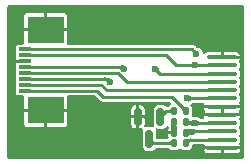
<source format=gbr>
%TF.GenerationSoftware,KiCad,Pcbnew,6.0.4*%
%TF.CreationDate,2022-06-18T10:37:32+08:00*%
%TF.ProjectId,screen_sub_board,73637265-656e-45f7-9375-625f626f6172,rev?*%
%TF.SameCoordinates,Original*%
%TF.FileFunction,Copper,L1,Top*%
%TF.FilePolarity,Positive*%
%FSLAX46Y46*%
G04 Gerber Fmt 4.6, Leading zero omitted, Abs format (unit mm)*
G04 Created by KiCad (PCBNEW 6.0.4) date 2022-06-18 10:37:32*
%MOMM*%
%LPD*%
G01*
G04 APERTURE LIST*
G04 Aperture macros list*
%AMRoundRect*
0 Rectangle with rounded corners*
0 $1 Rounding radius*
0 $2 $3 $4 $5 $6 $7 $8 $9 X,Y pos of 4 corners*
0 Add a 4 corners polygon primitive as box body*
4,1,4,$2,$3,$4,$5,$6,$7,$8,$9,$2,$3,0*
0 Add four circle primitives for the rounded corners*
1,1,$1+$1,$2,$3*
1,1,$1+$1,$4,$5*
1,1,$1+$1,$6,$7*
1,1,$1+$1,$8,$9*
0 Add four rect primitives between the rounded corners*
20,1,$1+$1,$2,$3,$4,$5,0*
20,1,$1+$1,$4,$5,$6,$7,0*
20,1,$1+$1,$6,$7,$8,$9,0*
20,1,$1+$1,$8,$9,$2,$3,0*%
%AMOutline5P*
0 Free polygon, 5 corners , with rotation*
0 The origin of the aperture is its center*
0 number of corners: always 5*
0 $1 to $10 corner X, Y*
0 $11 Rotation angle, in degrees counterclockwise*
0 create outline with 5 corners*
4,1,5,$1,$2,$3,$4,$5,$6,$7,$8,$9,$10,$1,$2,$11*%
%AMOutline6P*
0 Free polygon, 6 corners , with rotation*
0 The origin of the aperture is its center*
0 number of corners: always 6*
0 $1 to $12 corner X, Y*
0 $13 Rotation angle, in degrees counterclockwise*
0 create outline with 6 corners*
4,1,6,$1,$2,$3,$4,$5,$6,$7,$8,$9,$10,$11,$12,$1,$2,$13*%
%AMOutline7P*
0 Free polygon, 7 corners , with rotation*
0 The origin of the aperture is its center*
0 number of corners: always 7*
0 $1 to $14 corner X, Y*
0 $15 Rotation angle, in degrees counterclockwise*
0 create outline with 7 corners*
4,1,7,$1,$2,$3,$4,$5,$6,$7,$8,$9,$10,$11,$12,$13,$14,$1,$2,$15*%
%AMOutline8P*
0 Free polygon, 8 corners , with rotation*
0 The origin of the aperture is its center*
0 number of corners: always 8*
0 $1 to $16 corner X, Y*
0 $17 Rotation angle, in degrees counterclockwise*
0 create outline with 8 corners*
4,1,8,$1,$2,$3,$4,$5,$6,$7,$8,$9,$10,$11,$12,$13,$14,$15,$16,$1,$2,$17*%
G04 Aperture macros list end*
%TA.AperFunction,SMDPad,CuDef*%
%ADD10RoundRect,0.150000X-0.150000X0.587500X-0.150000X-0.587500X0.150000X-0.587500X0.150000X0.587500X0*%
%TD*%
%TA.AperFunction,SMDPad,CuDef*%
%ADD11RoundRect,0.135000X0.135000X0.185000X-0.135000X0.185000X-0.135000X-0.185000X0.135000X-0.185000X0*%
%TD*%
%TA.AperFunction,SMDPad,CuDef*%
%ADD12R,1.100000X0.300000*%
%TD*%
%TA.AperFunction,SMDPad,CuDef*%
%ADD13R,3.100000X2.300000*%
%TD*%
%TA.AperFunction,SMDPad,CuDef*%
%ADD14RoundRect,0.140000X0.140000X0.170000X-0.140000X0.170000X-0.140000X-0.170000X0.140000X-0.170000X0*%
%TD*%
%TA.AperFunction,SMDPad,CuDef*%
%ADD15Outline5P,-1.250000X0.000000X-1.075000X0.175000X1.250000X0.175000X1.250000X-0.175000X-1.250000X-0.175000X0.000000*%
%TD*%
%TA.AperFunction,SMDPad,CuDef*%
%ADD16RoundRect,0.087500X-1.162500X-0.087500X1.162500X-0.087500X1.162500X0.087500X-1.162500X0.087500X0*%
%TD*%
%TA.AperFunction,SMDPad,CuDef*%
%ADD17RoundRect,0.135000X-0.135000X-0.185000X0.135000X-0.185000X0.135000X0.185000X-0.135000X0.185000X0*%
%TD*%
%TA.AperFunction,ViaPad*%
%ADD18C,0.600000*%
%TD*%
%TA.AperFunction,Conductor*%
%ADD19C,0.250000*%
%TD*%
G04 APERTURE END LIST*
D10*
%TO.P,Q1,1,B*%
%TO.N,Net-(R2-Pad1)*%
X141750000Y-102762500D03*
%TO.P,Q1,2,E*%
%TO.N,GND*%
X139850000Y-102762500D03*
%TO.P,Q1,3,C*%
%TO.N,Net-(R1-Pad2)*%
X140800000Y-104637500D03*
%TD*%
D11*
%TO.P,R1,1*%
%TO.N,Net-(R1-Pad1)*%
X143910000Y-105000000D03*
%TO.P,R1,2*%
%TO.N,Net-(R1-Pad2)*%
X142890000Y-105000000D03*
%TD*%
D12*
%TO.P,J1,1,Pin_1*%
%TO.N,/BL*%
X130325000Y-100550000D03*
%TO.P,J1,2,Pin_2*%
%TO.N,/CS*%
X130325000Y-100050000D03*
%TO.P,J1,3,Pin_3*%
%TO.N,/MOSI*%
X130325000Y-99550000D03*
%TO.P,J1,4,Pin_4*%
%TO.N,/SCLK*%
X130325000Y-99050000D03*
%TO.P,J1,5,Pin_5*%
%TO.N,/DC*%
X130325000Y-98550000D03*
%TO.P,J1,6,Pin_6*%
%TO.N,GND*%
X130325000Y-98050000D03*
%TO.P,J1,7,Pin_7*%
%TO.N,+3V3*%
X130325000Y-97550000D03*
%TO.P,J1,8,Pin_8*%
%TO.N,+5V*%
X130325000Y-97050000D03*
D13*
%TO.P,J1,MP,MountPin*%
%TO.N,GND*%
X132025000Y-102220000D03*
X132025000Y-95380000D03*
%TD*%
D14*
%TO.P,C1,1*%
%TO.N,+3V3*%
X143880000Y-103200000D03*
%TO.P,C1,2*%
%TO.N,GND*%
X142920000Y-103200000D03*
%TD*%
D15*
%TO.P,U1,1,GND*%
%TO.N,GND*%
X146975000Y-105400000D03*
D16*
%TO.P,U1,2,LEDK*%
%TO.N,Net-(R1-Pad1)*%
X146975000Y-104700000D03*
%TO.P,U1,3,LEDA*%
%TO.N,+5V*%
X146975000Y-104000000D03*
%TO.P,U1,4,VDD*%
%TO.N,+3V3*%
X146975000Y-103300000D03*
%TO.P,U1,5,GND*%
%TO.N,GND*%
X146975000Y-102600000D03*
%TO.P,U1,6,GND*%
X146975000Y-101900000D03*
%TO.P,U1,7,DC*%
%TO.N,/DC*%
X146975000Y-101200000D03*
%TO.P,U1,8,CS*%
%TO.N,/CS*%
X146975000Y-100500000D03*
%TO.P,U1,9,SCL*%
%TO.N,/SCLK*%
X146975000Y-99800000D03*
%TO.P,U1,10,SDA*%
%TO.N,/MOSI*%
X146975000Y-99100000D03*
%TO.P,U1,11,RST*%
%TO.N,+3V3*%
X146975000Y-98400000D03*
%TO.P,U1,12,GND*%
%TO.N,GND*%
X146975000Y-97700000D03*
%TD*%
D17*
%TO.P,R2,1*%
%TO.N,Net-(R2-Pad1)*%
X142890000Y-102300000D03*
%TO.P,R2,2*%
%TO.N,/BL*%
X143910000Y-102300000D03*
%TD*%
D14*
%TO.P,C2,1*%
%TO.N,+5V*%
X143880000Y-104100000D03*
%TO.P,C2,2*%
%TO.N,GND*%
X142920000Y-104100000D03*
%TD*%
D18*
%TO.N,GND*%
X144300000Y-105800000D03*
X147300000Y-96800000D03*
X146300000Y-96800000D03*
X129300000Y-102800000D03*
X129300000Y-101800000D03*
X129300000Y-95800000D03*
X129300000Y-94800000D03*
X136300000Y-95800000D03*
X135300000Y-95800000D03*
X136300000Y-102800000D03*
X135300000Y-102800000D03*
%TO.N,+5V*%
X144800000Y-97450000D03*
%TO.N,+3V3*%
X144650000Y-98400000D03*
%TO.N,+5V*%
X144363196Y-104046289D03*
%TO.N,+3V3*%
X144650000Y-103300000D03*
%TO.N,GND*%
X142920000Y-103680000D03*
%TO.N,/MOSI*%
X141300000Y-98700000D03*
%TO.N,/DC*%
X144000000Y-101200000D03*
%TO.N,/MOSI*%
X137500000Y-99800000D03*
%TO.N,/DC*%
X138700000Y-98700000D03*
%TD*%
D19*
%TO.N,+5V*%
X146975000Y-104000000D02*
X144409485Y-104000000D01*
X144409485Y-104000000D02*
X144363196Y-104046289D01*
X144363196Y-104046289D02*
X143933711Y-104046289D01*
X143933711Y-104046289D02*
X143880000Y-104100000D01*
%TO.N,GND*%
X130325000Y-98050000D02*
X129350000Y-98050000D01*
%TO.N,/SCLK*%
X146975000Y-99800000D02*
X138916807Y-99800000D01*
X138916807Y-99800000D02*
X138166807Y-99050000D01*
X138166807Y-99050000D02*
X130325000Y-99050000D01*
%TO.N,+5V*%
X144400000Y-97050000D02*
X144800000Y-97450000D01*
X130325000Y-97050000D02*
X144400000Y-97050000D01*
%TO.N,+3V3*%
X144650000Y-103300000D02*
X143980000Y-103300000D01*
X130325000Y-97550000D02*
X142200000Y-97550000D01*
X142200000Y-97550000D02*
X143050000Y-98400000D01*
X143050000Y-98400000D02*
X146975000Y-98400000D01*
%TO.N,GND*%
X142920000Y-103680000D02*
X142920000Y-104100000D01*
%TO.N,/DC*%
X146975000Y-101200000D02*
X144000000Y-101200000D01*
%TO.N,/MOSI*%
X141700000Y-99100000D02*
X141300000Y-98700000D01*
X146975000Y-99100000D02*
X141700000Y-99100000D01*
%TO.N,/BL*%
X130325000Y-100550000D02*
X136350000Y-100550000D01*
X136350000Y-100550000D02*
X136900000Y-101100000D01*
X136900000Y-101100000D02*
X142710000Y-101100000D01*
X142710000Y-101100000D02*
X143910000Y-102300000D01*
%TO.N,/MOSI*%
X130325000Y-99550000D02*
X137250000Y-99550000D01*
X137250000Y-99550000D02*
X137500000Y-99800000D01*
%TO.N,/CS*%
X146975000Y-100500000D02*
X137200000Y-100500000D01*
X137200000Y-100500000D02*
X136750000Y-100050000D01*
X136750000Y-100050000D02*
X130325000Y-100050000D01*
%TO.N,/DC*%
X138550000Y-98550000D02*
X138700000Y-98700000D01*
X130325000Y-98550000D02*
X138550000Y-98550000D01*
%TO.N,GND*%
X142920000Y-103200000D02*
X142920000Y-103680000D01*
%TO.N,Net-(R1-Pad2)*%
X140800000Y-104637500D02*
X141162500Y-105000000D01*
X141162500Y-105000000D02*
X142890000Y-105000000D01*
%TO.N,Net-(R2-Pad1)*%
X141750000Y-102762500D02*
X142212500Y-102300000D01*
X142212500Y-102300000D02*
X142890000Y-102300000D01*
%TO.N,+3V3*%
X146975000Y-103300000D02*
X144650000Y-103300000D01*
X143980000Y-103300000D02*
X143880000Y-103200000D01*
%TO.N,Net-(R1-Pad1)*%
X143910000Y-105000000D02*
X144210000Y-104700000D01*
X144210000Y-104700000D02*
X146975000Y-104700000D01*
%TD*%
%TA.AperFunction,Conductor*%
%TO.N,/DC*%
G36*
X144138167Y-100933730D02*
G01*
X144180611Y-100955119D01*
X144180857Y-100955246D01*
X144224361Y-100978474D01*
X144263637Y-100999671D01*
X144300639Y-101018608D01*
X144337421Y-101035111D01*
X144337616Y-101035181D01*
X144337623Y-101035184D01*
X144375798Y-101048918D01*
X144375806Y-101048921D01*
X144376041Y-101049005D01*
X144376280Y-101049068D01*
X144376285Y-101049069D01*
X144418299Y-101060050D01*
X144418307Y-101060052D01*
X144418553Y-101060116D01*
X144418812Y-101060160D01*
X144418814Y-101060160D01*
X144466793Y-101068231D01*
X144467013Y-101068268D01*
X144467235Y-101068288D01*
X144467237Y-101068288D01*
X144475925Y-101069060D01*
X144523477Y-101073288D01*
X144523660Y-101073293D01*
X144523665Y-101073293D01*
X144578601Y-101074707D01*
X144586783Y-101078345D01*
X144590000Y-101086403D01*
X144590000Y-101313597D01*
X144586573Y-101321870D01*
X144578601Y-101325293D01*
X144523665Y-101326706D01*
X144523660Y-101326706D01*
X144523477Y-101326711D01*
X144475925Y-101330939D01*
X144467237Y-101331711D01*
X144467235Y-101331711D01*
X144467013Y-101331731D01*
X144466793Y-101331768D01*
X144418814Y-101339839D01*
X144418812Y-101339839D01*
X144418553Y-101339883D01*
X144418307Y-101339947D01*
X144418299Y-101339949D01*
X144376285Y-101350930D01*
X144376280Y-101350931D01*
X144376041Y-101350994D01*
X144375806Y-101351078D01*
X144375798Y-101351081D01*
X144337623Y-101364815D01*
X144337616Y-101364818D01*
X144337421Y-101364888D01*
X144300639Y-101381391D01*
X144263637Y-101400328D01*
X144263615Y-101400340D01*
X144263607Y-101400344D01*
X144224407Y-101421500D01*
X144224361Y-101421525D01*
X144180857Y-101444753D01*
X144180611Y-101444880D01*
X144138167Y-101466270D01*
X144129237Y-101466933D01*
X144124792Y-101464255D01*
X144038624Y-101381391D01*
X143858769Y-101208433D01*
X143855181Y-101200229D01*
X143858769Y-101191567D01*
X143968127Y-101086403D01*
X144104513Y-100955246D01*
X144124792Y-100935745D01*
X144133131Y-100932480D01*
X144138167Y-100933730D01*
G37*
%TD.AperFunction*%
%TD*%
%TA.AperFunction,Conductor*%
%TO.N,+5V*%
G36*
X144378496Y-96926221D02*
G01*
X144430551Y-96931181D01*
X144433002Y-96931683D01*
X144484120Y-96948018D01*
X144486400Y-96949025D01*
X144528183Y-96973100D01*
X144529822Y-96974241D01*
X144565402Y-97003823D01*
X144566269Y-97004621D01*
X144598507Y-97037441D01*
X144598621Y-97037560D01*
X144630015Y-97070800D01*
X144663046Y-97101399D01*
X144700495Y-97126600D01*
X144701115Y-97126837D01*
X144744511Y-97143437D01*
X144744515Y-97143438D01*
X144745200Y-97143700D01*
X144745931Y-97143784D01*
X144745935Y-97143785D01*
X144792041Y-97149085D01*
X144799869Y-97153434D01*
X144802024Y-97157749D01*
X144872261Y-97426644D01*
X144902159Y-97541109D01*
X144900934Y-97549980D01*
X144893796Y-97555386D01*
X144890611Y-97555764D01*
X144759417Y-97553199D01*
X144525582Y-97548627D01*
X144517378Y-97545039D01*
X144514455Y-97539746D01*
X144504714Y-97500476D01*
X144504434Y-97498877D01*
X144499271Y-97449544D01*
X144499211Y-97448624D01*
X144497932Y-97398417D01*
X144497928Y-97398142D01*
X144497833Y-97349018D01*
X144497833Y-97348900D01*
X144497061Y-97327807D01*
X144496150Y-97302928D01*
X144496149Y-97302919D01*
X144496138Y-97302614D01*
X144490045Y-97261057D01*
X144476753Y-97225873D01*
X144453462Y-97198706D01*
X144417373Y-97181200D01*
X144416409Y-97181084D01*
X144416408Y-97181084D01*
X144375992Y-97176236D01*
X144368186Y-97171848D01*
X144365686Y-97164619D01*
X144365686Y-96937868D01*
X144369113Y-96929595D01*
X144377386Y-96926168D01*
X144378496Y-96926221D01*
G37*
%TD.AperFunction*%
%TD*%
%TA.AperFunction,Conductor*%
%TO.N,+5V*%
G36*
X144458203Y-103764479D02*
G01*
X144557075Y-103795368D01*
X144557493Y-103795508D01*
X144560965Y-103796738D01*
X144561071Y-103796776D01*
X144606285Y-103813379D01*
X144648520Y-103828463D01*
X144690077Y-103841804D01*
X144733293Y-103853193D01*
X144733484Y-103853230D01*
X144733487Y-103853231D01*
X144780326Y-103862382D01*
X144780331Y-103862383D01*
X144780506Y-103862417D01*
X144834050Y-103869267D01*
X144834222Y-103869279D01*
X144834224Y-103869279D01*
X144851091Y-103870435D01*
X144896265Y-103873531D01*
X144896405Y-103873534D01*
X144896409Y-103873534D01*
X144958020Y-103874770D01*
X144966222Y-103878362D01*
X144969485Y-103886468D01*
X144969485Y-104113614D01*
X144966058Y-104121887D01*
X144958104Y-104125310D01*
X144904702Y-104126763D01*
X144894226Y-104127761D01*
X144849800Y-104131994D01*
X144849792Y-104131995D01*
X144849552Y-104132018D01*
X144802182Y-104140716D01*
X144779174Y-104147427D01*
X144761043Y-104152715D01*
X144761037Y-104152717D01*
X144760739Y-104152804D01*
X144760452Y-104152923D01*
X144760445Y-104152925D01*
X144723638Y-104168124D01*
X144723372Y-104168234D01*
X144723125Y-104168366D01*
X144723122Y-104168367D01*
X144715383Y-104172489D01*
X144688228Y-104186953D01*
X144653455Y-104208911D01*
X144653353Y-104208982D01*
X144617201Y-104234058D01*
X144577638Y-104262326D01*
X144577550Y-104262388D01*
X144539588Y-104288988D01*
X144530846Y-104290929D01*
X144526115Y-104288956D01*
X144448540Y-104234058D01*
X144214881Y-104068703D01*
X144328371Y-103920939D01*
X144364783Y-103873531D01*
X144445435Y-103768520D01*
X144453192Y-103764046D01*
X144458203Y-103764479D01*
G37*
%TD.AperFunction*%
%TD*%
%TA.AperFunction,Conductor*%
%TO.N,+5V*%
G36*
X146904382Y-103847945D02*
G01*
X147053731Y-103991567D01*
X147057319Y-103999771D01*
X147053731Y-104008433D01*
X146904382Y-104152055D01*
X146896043Y-104155320D01*
X146891537Y-104154321D01*
X146875814Y-104147362D01*
X146875808Y-104147359D01*
X146875610Y-104147272D01*
X146875406Y-104147200D01*
X146875399Y-104147197D01*
X146853593Y-104139476D01*
X146853583Y-104139473D01*
X146853363Y-104139395D01*
X146831340Y-104133569D01*
X146808905Y-104129494D01*
X146808734Y-104129475D01*
X146808728Y-104129474D01*
X146801334Y-104128648D01*
X146785422Y-104126870D01*
X146785287Y-104126862D01*
X146785286Y-104126862D01*
X146777691Y-104126417D01*
X146760253Y-104125396D01*
X146760176Y-104125394D01*
X146760170Y-104125394D01*
X146732814Y-104124773D01*
X146732803Y-104124773D01*
X146732764Y-104124772D01*
X146702316Y-104124698D01*
X146668273Y-104124874D01*
X146668251Y-104124874D01*
X146641738Y-104124961D01*
X146633454Y-104121561D01*
X146630000Y-104113261D01*
X146630000Y-103886738D01*
X146633427Y-103878465D01*
X146641737Y-103875038D01*
X146663585Y-103875110D01*
X146668251Y-103875125D01*
X146668273Y-103875125D01*
X146702316Y-103875301D01*
X146732764Y-103875227D01*
X146732803Y-103875226D01*
X146732814Y-103875226D01*
X146760170Y-103874605D01*
X146760176Y-103874605D01*
X146760253Y-103874603D01*
X146777691Y-103873582D01*
X146785286Y-103873137D01*
X146785287Y-103873137D01*
X146785422Y-103873129D01*
X146801334Y-103871351D01*
X146808728Y-103870525D01*
X146808734Y-103870524D01*
X146808905Y-103870505D01*
X146831340Y-103866430D01*
X146853363Y-103860604D01*
X146853583Y-103860526D01*
X146853593Y-103860523D01*
X146875399Y-103852802D01*
X146875405Y-103852799D01*
X146875610Y-103852727D01*
X146886416Y-103847945D01*
X146891537Y-103845679D01*
X146900490Y-103845465D01*
X146904382Y-103847945D01*
G37*
%TD.AperFunction*%
%TD*%
%TA.AperFunction,Conductor*%
%TO.N,+5V*%
G36*
X144116568Y-103887008D02*
G01*
X144143397Y-103897782D01*
X144513196Y-104046289D01*
X144110513Y-104208002D01*
X144105931Y-104203002D01*
X144097486Y-104196224D01*
X144085823Y-104188588D01*
X144071589Y-104181013D01*
X144055430Y-104174419D01*
X144037992Y-104169728D01*
X144019923Y-104167859D01*
X144001868Y-104169732D01*
X143984474Y-104176268D01*
X143968388Y-104188388D01*
X143800581Y-104020581D01*
X143797154Y-104012308D01*
X143800581Y-104004035D01*
X143801274Y-104003396D01*
X143828831Y-103979958D01*
X143830260Y-103978918D01*
X143868867Y-103955108D01*
X143870216Y-103954394D01*
X143889965Y-103945530D01*
X143909781Y-103936636D01*
X143910931Y-103936192D01*
X143945002Y-103925063D01*
X143945003Y-103925062D01*
X143950704Y-103923200D01*
X143989295Y-103913955D01*
X144024828Y-103907441D01*
X144056008Y-103902452D01*
X144081545Y-103897782D01*
X144100144Y-103892225D01*
X144100960Y-103891623D01*
X144100962Y-103891622D01*
X144105263Y-103888449D01*
X144113955Y-103886296D01*
X144116568Y-103887008D01*
G37*
%TD.AperFunction*%
%TD*%
%TA.AperFunction,Conductor*%
%TO.N,+5V*%
G36*
X144023171Y-103858967D02*
G01*
X144042330Y-103868939D01*
X144042507Y-103869031D01*
X144069458Y-103881119D01*
X144097085Y-103891392D01*
X144126030Y-103899954D01*
X144156931Y-103906911D01*
X144190430Y-103912367D01*
X144227165Y-103916428D01*
X144227265Y-103916435D01*
X144227278Y-103916436D01*
X144264994Y-103919008D01*
X144267778Y-103919198D01*
X144312908Y-103920783D01*
X144317219Y-103920826D01*
X144326043Y-103920916D01*
X144326044Y-103920916D01*
X144328371Y-103920939D01*
X144363196Y-103921289D01*
X144363196Y-104171289D01*
X144358076Y-104171445D01*
X144353946Y-104171571D01*
X144322149Y-104172540D01*
X144321982Y-104172557D01*
X144321976Y-104172557D01*
X144285418Y-104176193D01*
X144285413Y-104176194D01*
X144285209Y-104176214D01*
X144262026Y-104180390D01*
X144252273Y-104182147D01*
X144252268Y-104182148D01*
X144252030Y-104182191D01*
X144251797Y-104182255D01*
X144251792Y-104182256D01*
X144222537Y-104190275D01*
X144222260Y-104190351D01*
X144195554Y-104200575D01*
X144195288Y-104200710D01*
X144195281Y-104200713D01*
X144171831Y-104212606D01*
X144171561Y-104212743D01*
X144162348Y-104218703D01*
X144150175Y-104226578D01*
X144150169Y-104226582D01*
X144149933Y-104226735D01*
X144130322Y-104242432D01*
X144112379Y-104259714D01*
X144112217Y-104259897D01*
X144101373Y-104272127D01*
X144093321Y-104276044D01*
X144087985Y-104275108D01*
X143758338Y-104132897D01*
X143752099Y-104126474D01*
X143752230Y-104117520D01*
X143754732Y-104113850D01*
X143822911Y-104046203D01*
X143822912Y-104046201D01*
X143824563Y-104044563D01*
X143948806Y-103921289D01*
X144009528Y-103861040D01*
X144017815Y-103857645D01*
X144023171Y-103858967D01*
G37*
%TD.AperFunction*%
%TD*%
%TA.AperFunction,Conductor*%
%TO.N,/SCLK*%
G36*
X146904382Y-99647945D02*
G01*
X147053731Y-99791567D01*
X147057319Y-99799771D01*
X147053731Y-99808433D01*
X146904382Y-99952055D01*
X146896043Y-99955320D01*
X146891537Y-99954321D01*
X146875814Y-99947362D01*
X146875808Y-99947359D01*
X146875610Y-99947272D01*
X146875406Y-99947200D01*
X146875399Y-99947197D01*
X146853593Y-99939476D01*
X146853583Y-99939473D01*
X146853363Y-99939395D01*
X146831340Y-99933569D01*
X146808905Y-99929494D01*
X146808734Y-99929475D01*
X146808728Y-99929474D01*
X146801334Y-99928648D01*
X146785422Y-99926870D01*
X146785287Y-99926862D01*
X146785286Y-99926862D01*
X146777691Y-99926417D01*
X146760253Y-99925396D01*
X146760176Y-99925394D01*
X146760170Y-99925394D01*
X146732814Y-99924773D01*
X146732803Y-99924773D01*
X146732764Y-99924772D01*
X146702316Y-99924698D01*
X146668273Y-99924874D01*
X146668251Y-99924874D01*
X146641738Y-99924961D01*
X146633454Y-99921561D01*
X146630000Y-99913261D01*
X146630000Y-99686738D01*
X146633427Y-99678465D01*
X146641737Y-99675038D01*
X146663585Y-99675110D01*
X146668251Y-99675125D01*
X146668273Y-99675125D01*
X146702316Y-99675301D01*
X146732764Y-99675227D01*
X146732803Y-99675226D01*
X146732814Y-99675226D01*
X146760170Y-99674605D01*
X146760176Y-99674605D01*
X146760253Y-99674603D01*
X146777691Y-99673582D01*
X146785286Y-99673137D01*
X146785287Y-99673137D01*
X146785422Y-99673129D01*
X146801334Y-99671351D01*
X146808728Y-99670525D01*
X146808734Y-99670524D01*
X146808905Y-99670505D01*
X146831340Y-99666430D01*
X146853363Y-99660604D01*
X146853583Y-99660526D01*
X146853593Y-99660523D01*
X146875399Y-99652802D01*
X146875405Y-99652799D01*
X146875610Y-99652727D01*
X146886416Y-99647945D01*
X146891537Y-99645679D01*
X146900490Y-99645465D01*
X146904382Y-99647945D01*
G37*
%TD.AperFunction*%
%TD*%
%TA.AperFunction,Conductor*%
%TO.N,/SCLK*%
G36*
X130397333Y-98917678D02*
G01*
X130403098Y-98919900D01*
X130403107Y-98919903D01*
X130403471Y-98920043D01*
X130403852Y-98920132D01*
X130403854Y-98920133D01*
X130418213Y-98923501D01*
X130418217Y-98923502D01*
X130418491Y-98923566D01*
X130418766Y-98923602D01*
X130418776Y-98923604D01*
X130435300Y-98925778D01*
X130435309Y-98925779D01*
X130435500Y-98925804D01*
X130435693Y-98925816D01*
X130454456Y-98926981D01*
X130454460Y-98926981D01*
X130454554Y-98926987D01*
X130454662Y-98926989D01*
X130454666Y-98926989D01*
X130460982Y-98927097D01*
X130475710Y-98927350D01*
X130475817Y-98927349D01*
X130475825Y-98927349D01*
X130480954Y-98927299D01*
X130499025Y-98927125D01*
X130499060Y-98927124D01*
X130499079Y-98927124D01*
X130507825Y-98926925D01*
X130524554Y-98926544D01*
X130552289Y-98925843D01*
X130552355Y-98925841D01*
X130582408Y-98925251D01*
X130582548Y-98925249D01*
X130595489Y-98925149D01*
X130603211Y-98925090D01*
X130611509Y-98928453D01*
X130615000Y-98936790D01*
X130615000Y-99163209D01*
X130611573Y-99171482D01*
X130603210Y-99174909D01*
X130582548Y-99174750D01*
X130582408Y-99174748D01*
X130552355Y-99174158D01*
X130552289Y-99174156D01*
X130524554Y-99173455D01*
X130507825Y-99173074D01*
X130499079Y-99172875D01*
X130499060Y-99172875D01*
X130499025Y-99172874D01*
X130480954Y-99172700D01*
X130475825Y-99172650D01*
X130475817Y-99172650D01*
X130475710Y-99172649D01*
X130460982Y-99172902D01*
X130454666Y-99173010D01*
X130454662Y-99173010D01*
X130454554Y-99173012D01*
X130454460Y-99173018D01*
X130454456Y-99173018D01*
X130436128Y-99174156D01*
X130435500Y-99174195D01*
X130435309Y-99174220D01*
X130435300Y-99174221D01*
X130418776Y-99176395D01*
X130418766Y-99176397D01*
X130418491Y-99176433D01*
X130418217Y-99176497D01*
X130418213Y-99176498D01*
X130411606Y-99178048D01*
X130403471Y-99179956D01*
X130397332Y-99182322D01*
X130388381Y-99182100D01*
X130385015Y-99179838D01*
X130379984Y-99175000D01*
X130258769Y-99058433D01*
X130255181Y-99050229D01*
X130258769Y-99041567D01*
X130376394Y-98928453D01*
X130385015Y-98920162D01*
X130393354Y-98916897D01*
X130397333Y-98917678D01*
G37*
%TD.AperFunction*%
%TD*%
%TA.AperFunction,Conductor*%
%TO.N,/DC*%
G36*
X138699886Y-98403427D02*
G01*
X138702758Y-98407959D01*
X138819916Y-98746065D01*
X138825731Y-98762848D01*
X138825202Y-98771787D01*
X138818507Y-98777734D01*
X138817486Y-98778036D01*
X138459703Y-98866568D01*
X138450849Y-98865229D01*
X138447226Y-98861801D01*
X138427326Y-98832610D01*
X138427277Y-98832538D01*
X138404199Y-98800096D01*
X138381473Y-98771252D01*
X138373642Y-98762848D01*
X138358236Y-98746317D01*
X138358235Y-98746316D01*
X138358001Y-98746065D01*
X138357746Y-98745849D01*
X138357740Y-98745843D01*
X138333001Y-98724861D01*
X138332685Y-98724593D01*
X138304427Y-98706895D01*
X138304022Y-98706721D01*
X138304016Y-98706718D01*
X138272517Y-98693195D01*
X138272128Y-98693028D01*
X138271719Y-98692919D01*
X138271716Y-98692918D01*
X138252889Y-98687901D01*
X138234689Y-98683051D01*
X138191012Y-98677022D01*
X138182416Y-98676681D01*
X138151236Y-98675445D01*
X138143106Y-98671693D01*
X138140000Y-98663754D01*
X138140000Y-98436595D01*
X138143427Y-98428322D01*
X138151593Y-98424895D01*
X138217517Y-98424300D01*
X138283572Y-98422400D01*
X138340671Y-98419600D01*
X138340679Y-98419599D01*
X138340688Y-98419599D01*
X138365376Y-98417942D01*
X138391317Y-98416200D01*
X138438017Y-98412500D01*
X138483180Y-98408808D01*
X138483276Y-98408800D01*
X138529507Y-98405406D01*
X138529698Y-98405393D01*
X138536543Y-98405009D01*
X138579389Y-98402606D01*
X138579647Y-98402595D01*
X138635322Y-98400705D01*
X138635592Y-98400699D01*
X138667765Y-98400350D01*
X138691577Y-98400091D01*
X138699886Y-98403427D01*
G37*
%TD.AperFunction*%
%TD*%
%TA.AperFunction,Conductor*%
%TO.N,+3V3*%
G36*
X144525208Y-103035745D02*
G01*
X144645411Y-103151338D01*
X144645551Y-103151473D01*
X144800000Y-103300000D01*
X144650000Y-103444248D01*
X144648408Y-103445779D01*
X144525208Y-103564255D01*
X144516869Y-103567520D01*
X144511833Y-103566270D01*
X144469388Y-103544880D01*
X144469142Y-103544753D01*
X144425638Y-103521525D01*
X144425592Y-103521500D01*
X144386392Y-103500344D01*
X144386384Y-103500340D01*
X144386362Y-103500328D01*
X144349360Y-103481391D01*
X144312578Y-103464888D01*
X144312383Y-103464818D01*
X144312376Y-103464815D01*
X144274201Y-103451081D01*
X144274193Y-103451078D01*
X144273958Y-103450994D01*
X144273719Y-103450931D01*
X144273714Y-103450930D01*
X144231700Y-103439949D01*
X144231692Y-103439947D01*
X144231446Y-103439883D01*
X144231187Y-103439839D01*
X144231185Y-103439839D01*
X144210435Y-103436348D01*
X144210434Y-103436348D01*
X144209638Y-103436214D01*
X144209636Y-103436214D01*
X144182986Y-103431731D01*
X144126522Y-103426711D01*
X144060000Y-103425000D01*
X144060000Y-103175000D01*
X144126522Y-103173288D01*
X144182986Y-103168268D01*
X144231446Y-103160116D01*
X144273958Y-103149005D01*
X144274194Y-103148920D01*
X144274204Y-103148917D01*
X144312376Y-103135184D01*
X144312383Y-103135181D01*
X144312578Y-103135111D01*
X144349360Y-103118608D01*
X144386362Y-103099671D01*
X144425638Y-103078474D01*
X144469142Y-103055246D01*
X144469388Y-103055119D01*
X144511833Y-103033730D01*
X144520763Y-103033067D01*
X144525208Y-103035745D01*
G37*
%TD.AperFunction*%
%TD*%
%TA.AperFunction,Conductor*%
%TO.N,+3V3*%
G36*
X144087618Y-103011959D02*
G01*
X144113168Y-103038586D01*
X144141749Y-103067544D01*
X144168995Y-103092980D01*
X144196190Y-103114924D01*
X144196437Y-103115085D01*
X144196443Y-103115089D01*
X144209217Y-103123396D01*
X144224613Y-103133409D01*
X144224931Y-103133564D01*
X144224935Y-103133566D01*
X144255200Y-103148295D01*
X144255205Y-103148297D01*
X144255546Y-103148463D01*
X144290270Y-103160119D01*
X144330066Y-103168406D01*
X144376215Y-103173356D01*
X144430000Y-103175000D01*
X144430000Y-103425000D01*
X144357255Y-103425944D01*
X144295226Y-103428596D01*
X144241597Y-103432684D01*
X144209639Y-103436214D01*
X144209638Y-103436214D01*
X144205329Y-103436690D01*
X144194184Y-103437921D01*
X144194152Y-103437925D01*
X144194053Y-103437936D01*
X144193933Y-103437953D01*
X144193916Y-103437955D01*
X144174926Y-103440621D01*
X144150279Y-103444082D01*
X144135701Y-103446413D01*
X144107969Y-103450847D01*
X144107959Y-103450849D01*
X144068127Y-103457414D01*
X144064889Y-103457948D01*
X144064780Y-103457966D01*
X144018533Y-103465144D01*
X144018305Y-103465177D01*
X144011402Y-103466110D01*
X143966669Y-103472152D01*
X143966455Y-103472178D01*
X143915141Y-103477802D01*
X143906544Y-103475297D01*
X143903333Y-103471264D01*
X143754011Y-103162330D01*
X143753496Y-103153390D01*
X143759868Y-103146514D01*
X144074502Y-103009335D01*
X144083453Y-103009170D01*
X144087618Y-103011959D01*
G37*
%TD.AperFunction*%
%TD*%
%TA.AperFunction,Conductor*%
%TO.N,+3V3*%
G36*
X130397333Y-97417678D02*
G01*
X130403098Y-97419900D01*
X130403107Y-97419903D01*
X130403471Y-97420043D01*
X130403852Y-97420132D01*
X130403854Y-97420133D01*
X130418213Y-97423501D01*
X130418217Y-97423502D01*
X130418491Y-97423566D01*
X130418766Y-97423602D01*
X130418776Y-97423604D01*
X130435300Y-97425778D01*
X130435309Y-97425779D01*
X130435500Y-97425804D01*
X130435693Y-97425816D01*
X130454456Y-97426981D01*
X130454460Y-97426981D01*
X130454554Y-97426987D01*
X130454662Y-97426989D01*
X130454666Y-97426989D01*
X130460982Y-97427097D01*
X130475710Y-97427350D01*
X130475817Y-97427349D01*
X130475825Y-97427349D01*
X130480954Y-97427299D01*
X130499025Y-97427125D01*
X130499060Y-97427124D01*
X130499079Y-97427124D01*
X130507825Y-97426925D01*
X130524554Y-97426544D01*
X130552289Y-97425843D01*
X130552355Y-97425841D01*
X130582408Y-97425251D01*
X130582548Y-97425249D01*
X130595489Y-97425149D01*
X130603211Y-97425090D01*
X130611509Y-97428453D01*
X130615000Y-97436790D01*
X130615000Y-97663209D01*
X130611573Y-97671482D01*
X130603210Y-97674909D01*
X130582548Y-97674750D01*
X130582408Y-97674748D01*
X130552355Y-97674158D01*
X130552289Y-97674156D01*
X130524554Y-97673455D01*
X130507825Y-97673074D01*
X130499079Y-97672875D01*
X130499060Y-97672875D01*
X130499025Y-97672874D01*
X130480954Y-97672700D01*
X130475825Y-97672650D01*
X130475817Y-97672650D01*
X130475710Y-97672649D01*
X130460982Y-97672902D01*
X130454666Y-97673010D01*
X130454662Y-97673010D01*
X130454554Y-97673012D01*
X130454460Y-97673018D01*
X130454456Y-97673018D01*
X130436128Y-97674156D01*
X130435500Y-97674195D01*
X130435309Y-97674220D01*
X130435300Y-97674221D01*
X130418776Y-97676395D01*
X130418766Y-97676397D01*
X130418491Y-97676433D01*
X130418217Y-97676497D01*
X130418213Y-97676498D01*
X130411606Y-97678048D01*
X130403471Y-97679956D01*
X130397332Y-97682322D01*
X130388381Y-97682100D01*
X130385015Y-97679838D01*
X130379984Y-97675000D01*
X130258769Y-97558433D01*
X130255181Y-97550229D01*
X130258769Y-97541567D01*
X130376394Y-97428453D01*
X130385015Y-97420162D01*
X130393354Y-97416897D01*
X130397333Y-97417678D01*
G37*
%TD.AperFunction*%
%TD*%
%TA.AperFunction,Conductor*%
%TO.N,+3V3*%
G36*
X146904382Y-98247945D02*
G01*
X147053731Y-98391567D01*
X147057319Y-98399771D01*
X147053731Y-98408433D01*
X146904382Y-98552055D01*
X146896043Y-98555320D01*
X146891537Y-98554321D01*
X146875814Y-98547362D01*
X146875808Y-98547359D01*
X146875610Y-98547272D01*
X146875406Y-98547200D01*
X146875399Y-98547197D01*
X146853593Y-98539476D01*
X146853583Y-98539473D01*
X146853363Y-98539395D01*
X146831340Y-98533569D01*
X146808905Y-98529494D01*
X146808734Y-98529475D01*
X146808728Y-98529474D01*
X146801334Y-98528648D01*
X146785422Y-98526870D01*
X146785287Y-98526862D01*
X146785286Y-98526862D01*
X146777691Y-98526417D01*
X146760253Y-98525396D01*
X146760176Y-98525394D01*
X146760170Y-98525394D01*
X146732814Y-98524773D01*
X146732803Y-98524773D01*
X146732764Y-98524772D01*
X146702316Y-98524698D01*
X146668273Y-98524874D01*
X146668251Y-98524874D01*
X146641738Y-98524961D01*
X146633454Y-98521561D01*
X146630000Y-98513261D01*
X146630000Y-98286738D01*
X146633427Y-98278465D01*
X146641737Y-98275038D01*
X146663585Y-98275110D01*
X146668251Y-98275125D01*
X146668273Y-98275125D01*
X146702316Y-98275301D01*
X146732764Y-98275227D01*
X146732803Y-98275226D01*
X146732814Y-98275226D01*
X146760170Y-98274605D01*
X146760176Y-98274605D01*
X146760253Y-98274603D01*
X146777691Y-98273582D01*
X146785286Y-98273137D01*
X146785287Y-98273137D01*
X146785422Y-98273129D01*
X146801334Y-98271351D01*
X146808728Y-98270525D01*
X146808734Y-98270524D01*
X146808905Y-98270505D01*
X146831340Y-98266430D01*
X146853363Y-98260604D01*
X146853583Y-98260526D01*
X146853593Y-98260523D01*
X146875399Y-98252802D01*
X146875405Y-98252799D01*
X146875610Y-98252727D01*
X146886416Y-98247945D01*
X146891537Y-98245679D01*
X146900490Y-98245465D01*
X146904382Y-98247945D01*
G37*
%TD.AperFunction*%
%TD*%
%TA.AperFunction,Conductor*%
%TO.N,Net-(R1-Pad1)*%
G36*
X144321697Y-104578725D02*
G01*
X144325735Y-104587567D01*
X144325735Y-104814435D01*
X144322308Y-104822708D01*
X144315225Y-104826073D01*
X144284838Y-104829177D01*
X144284123Y-104829449D01*
X144284119Y-104829450D01*
X144263093Y-104837451D01*
X144253706Y-104841023D01*
X144244136Y-104848729D01*
X144231420Y-104858967D01*
X144231418Y-104858970D01*
X144230744Y-104859512D01*
X144214361Y-104883615D01*
X144202964Y-104912305D01*
X144194961Y-104944555D01*
X144194926Y-104944749D01*
X144194926Y-104944751D01*
X144188760Y-104979338D01*
X144182803Y-105015422D01*
X144182730Y-105015817D01*
X144175486Y-105051931D01*
X144175265Y-105052845D01*
X144167422Y-105080293D01*
X144161854Y-105087306D01*
X144156401Y-105088776D01*
X143829997Y-105095157D01*
X143821658Y-105091892D01*
X143818070Y-105083688D01*
X143818448Y-105080502D01*
X143907916Y-104737978D01*
X143913322Y-104730840D01*
X143918215Y-104729280D01*
X143958964Y-104725709D01*
X143958967Y-104725708D01*
X143959520Y-104725660D01*
X143960053Y-104725509D01*
X143960056Y-104725509D01*
X143986023Y-104718181D01*
X144001265Y-104713880D01*
X144037486Y-104696520D01*
X144070438Y-104675440D01*
X144102320Y-104652540D01*
X144102471Y-104652434D01*
X144135166Y-104629828D01*
X144135975Y-104629317D01*
X144171548Y-104608867D01*
X144172946Y-104608183D01*
X144213777Y-104591474D01*
X144215546Y-104590909D01*
X144264157Y-104579551D01*
X144265984Y-104579274D01*
X144313200Y-104575897D01*
X144321697Y-104578725D01*
G37*
%TD.AperFunction*%
%TD*%
%TA.AperFunction,Conductor*%
%TO.N,Net-(R1-Pad1)*%
G36*
X146904382Y-104547945D02*
G01*
X147053731Y-104691567D01*
X147057319Y-104699771D01*
X147053731Y-104708433D01*
X146904382Y-104852055D01*
X146896043Y-104855320D01*
X146891537Y-104854321D01*
X146875814Y-104847362D01*
X146875808Y-104847359D01*
X146875610Y-104847272D01*
X146875406Y-104847200D01*
X146875399Y-104847197D01*
X146853593Y-104839476D01*
X146853583Y-104839473D01*
X146853363Y-104839395D01*
X146831340Y-104833569D01*
X146808905Y-104829494D01*
X146808734Y-104829475D01*
X146808728Y-104829474D01*
X146801334Y-104828648D01*
X146785422Y-104826870D01*
X146785287Y-104826862D01*
X146785286Y-104826862D01*
X146777691Y-104826417D01*
X146760253Y-104825396D01*
X146760176Y-104825394D01*
X146760170Y-104825394D01*
X146732814Y-104824773D01*
X146732803Y-104824773D01*
X146732764Y-104824772D01*
X146702316Y-104824698D01*
X146668273Y-104824874D01*
X146668251Y-104824874D01*
X146641738Y-104824961D01*
X146633454Y-104821561D01*
X146630000Y-104813261D01*
X146630000Y-104586738D01*
X146633427Y-104578465D01*
X146641737Y-104575038D01*
X146663585Y-104575110D01*
X146668251Y-104575125D01*
X146668273Y-104575125D01*
X146702316Y-104575301D01*
X146732764Y-104575227D01*
X146732803Y-104575226D01*
X146732814Y-104575226D01*
X146760170Y-104574605D01*
X146760176Y-104574605D01*
X146760253Y-104574603D01*
X146777691Y-104573582D01*
X146785286Y-104573137D01*
X146785287Y-104573137D01*
X146785422Y-104573129D01*
X146801334Y-104571351D01*
X146808728Y-104570525D01*
X146808734Y-104570524D01*
X146808905Y-104570505D01*
X146831340Y-104566430D01*
X146853363Y-104560604D01*
X146853583Y-104560526D01*
X146853593Y-104560523D01*
X146875399Y-104552802D01*
X146875405Y-104552799D01*
X146875610Y-104552727D01*
X146886416Y-104547945D01*
X146891537Y-104545679D01*
X146900490Y-104545465D01*
X146904382Y-104547945D01*
G37*
%TD.AperFunction*%
%TD*%
%TA.AperFunction,Conductor*%
%TO.N,/CS*%
G36*
X130397333Y-99917678D02*
G01*
X130403098Y-99919900D01*
X130403107Y-99919903D01*
X130403471Y-99920043D01*
X130403852Y-99920132D01*
X130403854Y-99920133D01*
X130418213Y-99923501D01*
X130418217Y-99923502D01*
X130418491Y-99923566D01*
X130418766Y-99923602D01*
X130418776Y-99923604D01*
X130435300Y-99925778D01*
X130435309Y-99925779D01*
X130435500Y-99925804D01*
X130435693Y-99925816D01*
X130454456Y-99926981D01*
X130454460Y-99926981D01*
X130454554Y-99926987D01*
X130454662Y-99926989D01*
X130454666Y-99926989D01*
X130460982Y-99927097D01*
X130475710Y-99927350D01*
X130475817Y-99927349D01*
X130475825Y-99927349D01*
X130480954Y-99927299D01*
X130499025Y-99927125D01*
X130499060Y-99927124D01*
X130499079Y-99927124D01*
X130507825Y-99926925D01*
X130524554Y-99926544D01*
X130552289Y-99925843D01*
X130552355Y-99925841D01*
X130582408Y-99925251D01*
X130582548Y-99925249D01*
X130595489Y-99925149D01*
X130603211Y-99925090D01*
X130611509Y-99928453D01*
X130615000Y-99936790D01*
X130615000Y-100163209D01*
X130611573Y-100171482D01*
X130603210Y-100174909D01*
X130582548Y-100174750D01*
X130582408Y-100174748D01*
X130552355Y-100174158D01*
X130552289Y-100174156D01*
X130524554Y-100173455D01*
X130507825Y-100173074D01*
X130499079Y-100172875D01*
X130499060Y-100172875D01*
X130499025Y-100172874D01*
X130480954Y-100172700D01*
X130475825Y-100172650D01*
X130475817Y-100172650D01*
X130475710Y-100172649D01*
X130460982Y-100172902D01*
X130454666Y-100173010D01*
X130454662Y-100173010D01*
X130454554Y-100173012D01*
X130454460Y-100173018D01*
X130454456Y-100173018D01*
X130436128Y-100174156D01*
X130435500Y-100174195D01*
X130435309Y-100174220D01*
X130435300Y-100174221D01*
X130418776Y-100176395D01*
X130418766Y-100176397D01*
X130418491Y-100176433D01*
X130418217Y-100176497D01*
X130418213Y-100176498D01*
X130411606Y-100178048D01*
X130403471Y-100179956D01*
X130397332Y-100182322D01*
X130388381Y-100182100D01*
X130385015Y-100179838D01*
X130379984Y-100175000D01*
X130258769Y-100058433D01*
X130255181Y-100050229D01*
X130258769Y-100041567D01*
X130376394Y-99928453D01*
X130385015Y-99920162D01*
X130393354Y-99916897D01*
X130397333Y-99917678D01*
G37*
%TD.AperFunction*%
%TD*%
%TA.AperFunction,Conductor*%
%TO.N,/DC*%
G36*
X146904382Y-101047945D02*
G01*
X147053731Y-101191567D01*
X147057319Y-101199771D01*
X147053731Y-101208433D01*
X146904382Y-101352055D01*
X146896043Y-101355320D01*
X146891537Y-101354321D01*
X146875814Y-101347362D01*
X146875808Y-101347359D01*
X146875610Y-101347272D01*
X146875406Y-101347200D01*
X146875399Y-101347197D01*
X146853593Y-101339476D01*
X146853583Y-101339473D01*
X146853363Y-101339395D01*
X146831340Y-101333569D01*
X146808905Y-101329494D01*
X146808734Y-101329475D01*
X146808728Y-101329474D01*
X146801334Y-101328648D01*
X146785422Y-101326870D01*
X146785287Y-101326862D01*
X146785286Y-101326862D01*
X146777691Y-101326417D01*
X146760253Y-101325396D01*
X146760176Y-101325394D01*
X146760170Y-101325394D01*
X146732814Y-101324773D01*
X146732803Y-101324773D01*
X146732764Y-101324772D01*
X146702316Y-101324698D01*
X146668273Y-101324874D01*
X146668251Y-101324874D01*
X146641738Y-101324961D01*
X146633454Y-101321561D01*
X146630000Y-101313261D01*
X146630000Y-101086738D01*
X146633427Y-101078465D01*
X146641737Y-101075038D01*
X146663585Y-101075110D01*
X146668251Y-101075125D01*
X146668273Y-101075125D01*
X146702316Y-101075301D01*
X146732764Y-101075227D01*
X146732803Y-101075226D01*
X146732814Y-101075226D01*
X146760170Y-101074605D01*
X146760176Y-101074605D01*
X146760253Y-101074603D01*
X146777691Y-101073582D01*
X146785286Y-101073137D01*
X146785287Y-101073137D01*
X146785422Y-101073129D01*
X146801334Y-101071351D01*
X146808728Y-101070525D01*
X146808734Y-101070524D01*
X146808905Y-101070505D01*
X146831340Y-101066430D01*
X146853363Y-101060604D01*
X146853583Y-101060526D01*
X146853593Y-101060523D01*
X146875399Y-101052802D01*
X146875405Y-101052799D01*
X146875610Y-101052727D01*
X146886416Y-101047945D01*
X146891537Y-101045679D01*
X146900490Y-101045465D01*
X146904382Y-101047945D01*
G37*
%TD.AperFunction*%
%TD*%
%TA.AperFunction,Conductor*%
%TO.N,/MOSI*%
G36*
X141335492Y-98596702D02*
G01*
X141574417Y-98601373D01*
X141582621Y-98604961D01*
X141585544Y-98610254D01*
X141595285Y-98649523D01*
X141595565Y-98651122D01*
X141600728Y-98700455D01*
X141600788Y-98701375D01*
X141602067Y-98751582D01*
X141602071Y-98751857D01*
X141602166Y-98801099D01*
X141602171Y-98801224D01*
X141603849Y-98847071D01*
X141603850Y-98847080D01*
X141603861Y-98847385D01*
X141609954Y-98888942D01*
X141623246Y-98924126D01*
X141646537Y-98951293D01*
X141661665Y-98958631D01*
X141681751Y-98968375D01*
X141681753Y-98968376D01*
X141682626Y-98968799D01*
X141683590Y-98968915D01*
X141683591Y-98968915D01*
X141724008Y-98973764D01*
X141731814Y-98978152D01*
X141734314Y-98985381D01*
X141734314Y-99212132D01*
X141730887Y-99220405D01*
X141722614Y-99223832D01*
X141721504Y-99223779D01*
X141669448Y-99218819D01*
X141666997Y-99218317D01*
X141615879Y-99201982D01*
X141613599Y-99200975D01*
X141571816Y-99176900D01*
X141570177Y-99175759D01*
X141534597Y-99146177D01*
X141533730Y-99145379D01*
X141501492Y-99112559D01*
X141501378Y-99112440D01*
X141469984Y-99079200D01*
X141436953Y-99048599D01*
X141436582Y-99048349D01*
X141436579Y-99048347D01*
X141400055Y-99023771D01*
X141399504Y-99023400D01*
X141389327Y-99019507D01*
X141355488Y-99006563D01*
X141355484Y-99006562D01*
X141354799Y-99006300D01*
X141354068Y-99006216D01*
X141354064Y-99006215D01*
X141307959Y-99000915D01*
X141300131Y-98996566D01*
X141297975Y-98992249D01*
X141287278Y-98951293D01*
X141197841Y-98608891D01*
X141199066Y-98600020D01*
X141206204Y-98594614D01*
X141209389Y-98594236D01*
X141335492Y-98596702D01*
G37*
%TD.AperFunction*%
%TD*%
%TA.AperFunction,Conductor*%
%TO.N,/MOSI*%
G36*
X146904382Y-98947945D02*
G01*
X147053731Y-99091567D01*
X147057319Y-99099771D01*
X147053731Y-99108433D01*
X146904382Y-99252055D01*
X146896043Y-99255320D01*
X146891537Y-99254321D01*
X146875814Y-99247362D01*
X146875808Y-99247359D01*
X146875610Y-99247272D01*
X146875406Y-99247200D01*
X146875399Y-99247197D01*
X146853593Y-99239476D01*
X146853583Y-99239473D01*
X146853363Y-99239395D01*
X146831340Y-99233569D01*
X146808905Y-99229494D01*
X146808734Y-99229475D01*
X146808728Y-99229474D01*
X146801334Y-99228648D01*
X146785422Y-99226870D01*
X146785287Y-99226862D01*
X146785286Y-99226862D01*
X146777691Y-99226417D01*
X146760253Y-99225396D01*
X146760176Y-99225394D01*
X146760170Y-99225394D01*
X146732814Y-99224773D01*
X146732803Y-99224773D01*
X146732764Y-99224772D01*
X146702316Y-99224698D01*
X146668273Y-99224874D01*
X146668251Y-99224874D01*
X146641738Y-99224961D01*
X146633454Y-99221561D01*
X146630000Y-99213261D01*
X146630000Y-98986738D01*
X146633427Y-98978465D01*
X146641737Y-98975038D01*
X146663585Y-98975110D01*
X146668251Y-98975125D01*
X146668273Y-98975125D01*
X146702316Y-98975301D01*
X146732764Y-98975227D01*
X146732803Y-98975226D01*
X146732814Y-98975226D01*
X146760170Y-98974605D01*
X146760176Y-98974605D01*
X146760253Y-98974603D01*
X146777691Y-98973582D01*
X146785286Y-98973137D01*
X146785287Y-98973137D01*
X146785422Y-98973129D01*
X146801334Y-98971351D01*
X146808728Y-98970525D01*
X146808734Y-98970524D01*
X146808905Y-98970505D01*
X146831340Y-98966430D01*
X146853363Y-98960604D01*
X146853583Y-98960526D01*
X146853593Y-98960523D01*
X146875399Y-98952802D01*
X146875405Y-98952799D01*
X146875610Y-98952727D01*
X146886416Y-98947945D01*
X146891537Y-98945679D01*
X146900490Y-98945465D01*
X146904382Y-98947945D01*
G37*
%TD.AperFunction*%
%TD*%
%TA.AperFunction,Conductor*%
%TO.N,/BL*%
G36*
X130397333Y-100417678D02*
G01*
X130403098Y-100419900D01*
X130403107Y-100419903D01*
X130403471Y-100420043D01*
X130403852Y-100420132D01*
X130403854Y-100420133D01*
X130418213Y-100423501D01*
X130418217Y-100423502D01*
X130418491Y-100423566D01*
X130418766Y-100423602D01*
X130418776Y-100423604D01*
X130435300Y-100425778D01*
X130435309Y-100425779D01*
X130435500Y-100425804D01*
X130435693Y-100425816D01*
X130454456Y-100426981D01*
X130454460Y-100426981D01*
X130454554Y-100426987D01*
X130454662Y-100426989D01*
X130454666Y-100426989D01*
X130460982Y-100427097D01*
X130475710Y-100427350D01*
X130475817Y-100427349D01*
X130475825Y-100427349D01*
X130480954Y-100427299D01*
X130499025Y-100427125D01*
X130499060Y-100427124D01*
X130499079Y-100427124D01*
X130507825Y-100426925D01*
X130524554Y-100426544D01*
X130552289Y-100425843D01*
X130552355Y-100425841D01*
X130582408Y-100425251D01*
X130582548Y-100425249D01*
X130595489Y-100425149D01*
X130603211Y-100425090D01*
X130611509Y-100428453D01*
X130615000Y-100436790D01*
X130615000Y-100663209D01*
X130611573Y-100671482D01*
X130603210Y-100674909D01*
X130582548Y-100674750D01*
X130582408Y-100674748D01*
X130552355Y-100674158D01*
X130552289Y-100674156D01*
X130524554Y-100673455D01*
X130507825Y-100673074D01*
X130499079Y-100672875D01*
X130499060Y-100672875D01*
X130499025Y-100672874D01*
X130480954Y-100672700D01*
X130475825Y-100672650D01*
X130475817Y-100672650D01*
X130475710Y-100672649D01*
X130460982Y-100672902D01*
X130454666Y-100673010D01*
X130454662Y-100673010D01*
X130454554Y-100673012D01*
X130454460Y-100673018D01*
X130454456Y-100673018D01*
X130436128Y-100674156D01*
X130435500Y-100674195D01*
X130435309Y-100674220D01*
X130435300Y-100674221D01*
X130418776Y-100676395D01*
X130418766Y-100676397D01*
X130418491Y-100676433D01*
X130418217Y-100676497D01*
X130418213Y-100676498D01*
X130411606Y-100678048D01*
X130403471Y-100679956D01*
X130397332Y-100682322D01*
X130388381Y-100682100D01*
X130385015Y-100679838D01*
X130379984Y-100675000D01*
X130258769Y-100558433D01*
X130255181Y-100550229D01*
X130258769Y-100541567D01*
X130376394Y-100428453D01*
X130385015Y-100420162D01*
X130393354Y-100416897D01*
X130397333Y-100417678D01*
G37*
%TD.AperFunction*%
%TD*%
%TA.AperFunction,Conductor*%
%TO.N,/BL*%
G36*
X143631892Y-101844775D02*
G01*
X143666386Y-101877847D01*
X143666399Y-101877859D01*
X143666516Y-101877971D01*
X143666634Y-101878073D01*
X143666644Y-101878082D01*
X143699220Y-101906207D01*
X143705021Y-101911215D01*
X143705175Y-101911331D01*
X143740152Y-101937705D01*
X143740164Y-101937713D01*
X143740332Y-101937840D01*
X143773646Y-101959109D01*
X143806160Y-101976284D01*
X143806329Y-101976358D01*
X143806338Y-101976362D01*
X143838924Y-101990564D01*
X143839071Y-101990628D01*
X143873574Y-102003405D01*
X143873619Y-102003420D01*
X143873630Y-102003424D01*
X143910783Y-102015848D01*
X143910867Y-102015876D01*
X143910875Y-102015879D01*
X143952052Y-102029274D01*
X143952168Y-102029312D01*
X143990805Y-102042326D01*
X143997551Y-102048215D01*
X143998768Y-102053185D01*
X143998833Y-102056516D01*
X144005221Y-102383294D01*
X144001956Y-102391633D01*
X143993294Y-102395221D01*
X143772521Y-102390905D01*
X143663185Y-102388768D01*
X143654981Y-102385180D01*
X143652326Y-102380805D01*
X143639304Y-102342145D01*
X143639266Y-102342029D01*
X143625879Y-102300875D01*
X143625876Y-102300867D01*
X143613405Y-102263574D01*
X143600628Y-102229071D01*
X143586284Y-102196160D01*
X143569109Y-102163646D01*
X143547840Y-102130332D01*
X143547713Y-102130164D01*
X143547705Y-102130152D01*
X143521331Y-102095175D01*
X143521215Y-102095021D01*
X143487971Y-102056516D01*
X143487859Y-102056399D01*
X143487847Y-102056386D01*
X143454775Y-102021892D01*
X143451523Y-102013549D01*
X143454947Y-102005522D01*
X143615522Y-101844947D01*
X143623795Y-101841520D01*
X143631892Y-101844775D01*
G37*
%TD.AperFunction*%
%TD*%
%TA.AperFunction,Conductor*%
%TO.N,/MOSI*%
G36*
X130397333Y-99417678D02*
G01*
X130403098Y-99419900D01*
X130403107Y-99419903D01*
X130403471Y-99420043D01*
X130403852Y-99420132D01*
X130403854Y-99420133D01*
X130418213Y-99423501D01*
X130418217Y-99423502D01*
X130418491Y-99423566D01*
X130418766Y-99423602D01*
X130418776Y-99423604D01*
X130435300Y-99425778D01*
X130435309Y-99425779D01*
X130435500Y-99425804D01*
X130435693Y-99425816D01*
X130454456Y-99426981D01*
X130454460Y-99426981D01*
X130454554Y-99426987D01*
X130454662Y-99426989D01*
X130454666Y-99426989D01*
X130460982Y-99427097D01*
X130475710Y-99427350D01*
X130475817Y-99427349D01*
X130475825Y-99427349D01*
X130480954Y-99427299D01*
X130499025Y-99427125D01*
X130499060Y-99427124D01*
X130499079Y-99427124D01*
X130507825Y-99426925D01*
X130524554Y-99426544D01*
X130552289Y-99425843D01*
X130552355Y-99425841D01*
X130582408Y-99425251D01*
X130582548Y-99425249D01*
X130595489Y-99425149D01*
X130603211Y-99425090D01*
X130611509Y-99428453D01*
X130615000Y-99436790D01*
X130615000Y-99663209D01*
X130611573Y-99671482D01*
X130603210Y-99674909D01*
X130582548Y-99674750D01*
X130582408Y-99674748D01*
X130552355Y-99674158D01*
X130552289Y-99674156D01*
X130524554Y-99673455D01*
X130507825Y-99673074D01*
X130499079Y-99672875D01*
X130499060Y-99672875D01*
X130499025Y-99672874D01*
X130480954Y-99672700D01*
X130475825Y-99672650D01*
X130475817Y-99672650D01*
X130475710Y-99672649D01*
X130460982Y-99672902D01*
X130454666Y-99673010D01*
X130454662Y-99673010D01*
X130454554Y-99673012D01*
X130454460Y-99673018D01*
X130454456Y-99673018D01*
X130436128Y-99674156D01*
X130435500Y-99674195D01*
X130435309Y-99674220D01*
X130435300Y-99674221D01*
X130418776Y-99676395D01*
X130418766Y-99676397D01*
X130418491Y-99676433D01*
X130418217Y-99676497D01*
X130418213Y-99676498D01*
X130411606Y-99678048D01*
X130403471Y-99679956D01*
X130397332Y-99682322D01*
X130388381Y-99682100D01*
X130385015Y-99679838D01*
X130379984Y-99675000D01*
X130258769Y-99558433D01*
X130255181Y-99550229D01*
X130258769Y-99541567D01*
X130376394Y-99428453D01*
X130385015Y-99420162D01*
X130393354Y-99416897D01*
X130397333Y-99417678D01*
G37*
%TD.AperFunction*%
%TD*%
%TA.AperFunction,Conductor*%
%TO.N,/MOSI*%
G36*
X137043129Y-99426199D02*
G01*
X137072465Y-99427089D01*
X137073239Y-99427139D01*
X137131211Y-99432761D01*
X137131999Y-99432864D01*
X137181843Y-99441144D01*
X137182531Y-99441280D01*
X137226605Y-99451345D01*
X137227053Y-99451456D01*
X137267915Y-99462500D01*
X137268007Y-99462526D01*
X137307579Y-99473569D01*
X137307619Y-99473580D01*
X137307692Y-99473600D01*
X137307755Y-99473616D01*
X137307771Y-99473620D01*
X137348315Y-99483757D01*
X137348323Y-99483759D01*
X137348484Y-99483799D01*
X137392595Y-99492200D01*
X137392818Y-99492226D01*
X137392821Y-99492226D01*
X137442110Y-99497875D01*
X137442121Y-99497876D01*
X137442332Y-99497900D01*
X137491306Y-99499683D01*
X137499448Y-99503408D01*
X137502199Y-99508418D01*
X137602159Y-99891109D01*
X137600934Y-99899980D01*
X137593796Y-99905386D01*
X137590611Y-99905764D01*
X137224846Y-99898613D01*
X137216642Y-99895025D01*
X137213987Y-99890650D01*
X137204617Y-99862834D01*
X137193157Y-99828815D01*
X137181258Y-99796902D01*
X137167943Y-99767600D01*
X137152233Y-99741416D01*
X137151932Y-99741060D01*
X137133534Y-99719309D01*
X137133530Y-99719306D01*
X137133151Y-99718857D01*
X137132687Y-99718492D01*
X137110219Y-99700821D01*
X137110216Y-99700819D01*
X137109720Y-99700429D01*
X137109147Y-99700154D01*
X137081505Y-99686899D01*
X137081502Y-99686898D01*
X137080962Y-99686639D01*
X137045899Y-99677994D01*
X137014429Y-99675769D01*
X137006418Y-99671767D01*
X137003554Y-99664098D01*
X137003554Y-99437060D01*
X137006981Y-99428787D01*
X137015608Y-99425365D01*
X137043129Y-99426199D01*
G37*
%TD.AperFunction*%
%TD*%
%TA.AperFunction,Conductor*%
%TO.N,/CS*%
G36*
X146904382Y-100347945D02*
G01*
X147053731Y-100491567D01*
X147057319Y-100499771D01*
X147053731Y-100508433D01*
X146904382Y-100652055D01*
X146896043Y-100655320D01*
X146891537Y-100654321D01*
X146875814Y-100647362D01*
X146875808Y-100647359D01*
X146875610Y-100647272D01*
X146875406Y-100647200D01*
X146875399Y-100647197D01*
X146853593Y-100639476D01*
X146853583Y-100639473D01*
X146853363Y-100639395D01*
X146831340Y-100633569D01*
X146808905Y-100629494D01*
X146808734Y-100629475D01*
X146808728Y-100629474D01*
X146801334Y-100628648D01*
X146785422Y-100626870D01*
X146785287Y-100626862D01*
X146785286Y-100626862D01*
X146777691Y-100626417D01*
X146760253Y-100625396D01*
X146760176Y-100625394D01*
X146760170Y-100625394D01*
X146732814Y-100624773D01*
X146732803Y-100624773D01*
X146732764Y-100624772D01*
X146702316Y-100624698D01*
X146668273Y-100624874D01*
X146668251Y-100624874D01*
X146641738Y-100624961D01*
X146633454Y-100621561D01*
X146630000Y-100613261D01*
X146630000Y-100386738D01*
X146633427Y-100378465D01*
X146641737Y-100375038D01*
X146663585Y-100375110D01*
X146668251Y-100375125D01*
X146668273Y-100375125D01*
X146702316Y-100375301D01*
X146732764Y-100375227D01*
X146732803Y-100375226D01*
X146732814Y-100375226D01*
X146760170Y-100374605D01*
X146760176Y-100374605D01*
X146760253Y-100374603D01*
X146777691Y-100373582D01*
X146785286Y-100373137D01*
X146785287Y-100373137D01*
X146785422Y-100373129D01*
X146801334Y-100371351D01*
X146808728Y-100370525D01*
X146808734Y-100370524D01*
X146808905Y-100370505D01*
X146831340Y-100366430D01*
X146853363Y-100360604D01*
X146853583Y-100360526D01*
X146853593Y-100360523D01*
X146875399Y-100352802D01*
X146875405Y-100352799D01*
X146875610Y-100352727D01*
X146886416Y-100347945D01*
X146891537Y-100345679D01*
X146900490Y-100345465D01*
X146904382Y-100347945D01*
G37*
%TD.AperFunction*%
%TD*%
%TA.AperFunction,Conductor*%
%TO.N,+5V*%
G36*
X130397333Y-96917678D02*
G01*
X130403098Y-96919900D01*
X130403107Y-96919903D01*
X130403471Y-96920043D01*
X130403852Y-96920132D01*
X130403854Y-96920133D01*
X130418213Y-96923501D01*
X130418217Y-96923502D01*
X130418491Y-96923566D01*
X130418766Y-96923602D01*
X130418776Y-96923604D01*
X130435300Y-96925778D01*
X130435309Y-96925779D01*
X130435500Y-96925804D01*
X130435693Y-96925816D01*
X130454456Y-96926981D01*
X130454460Y-96926981D01*
X130454554Y-96926987D01*
X130454662Y-96926989D01*
X130454666Y-96926989D01*
X130460982Y-96927097D01*
X130475710Y-96927350D01*
X130475817Y-96927349D01*
X130475825Y-96927349D01*
X130480954Y-96927299D01*
X130499025Y-96927125D01*
X130499060Y-96927124D01*
X130499079Y-96927124D01*
X130507825Y-96926925D01*
X130524554Y-96926544D01*
X130552289Y-96925843D01*
X130552355Y-96925841D01*
X130582408Y-96925251D01*
X130582548Y-96925249D01*
X130595489Y-96925149D01*
X130603211Y-96925090D01*
X130611509Y-96928453D01*
X130615000Y-96936790D01*
X130615000Y-97163209D01*
X130611573Y-97171482D01*
X130603210Y-97174909D01*
X130582548Y-97174750D01*
X130582408Y-97174748D01*
X130552355Y-97174158D01*
X130552289Y-97174156D01*
X130524554Y-97173455D01*
X130507825Y-97173074D01*
X130499079Y-97172875D01*
X130499060Y-97172875D01*
X130499025Y-97172874D01*
X130480954Y-97172700D01*
X130475825Y-97172650D01*
X130475817Y-97172650D01*
X130475710Y-97172649D01*
X130460982Y-97172902D01*
X130454666Y-97173010D01*
X130454662Y-97173010D01*
X130454554Y-97173012D01*
X130454460Y-97173018D01*
X130454456Y-97173018D01*
X130436128Y-97174156D01*
X130435500Y-97174195D01*
X130435309Y-97174220D01*
X130435300Y-97174221D01*
X130418776Y-97176395D01*
X130418766Y-97176397D01*
X130418491Y-97176433D01*
X130418217Y-97176497D01*
X130418213Y-97176498D01*
X130411606Y-97178048D01*
X130403471Y-97179956D01*
X130397332Y-97182322D01*
X130388381Y-97182100D01*
X130385015Y-97179838D01*
X130379984Y-97175000D01*
X130258769Y-97058433D01*
X130255181Y-97050229D01*
X130258769Y-97041567D01*
X130376394Y-96928453D01*
X130385015Y-96920162D01*
X130393354Y-96916897D01*
X130397333Y-96917678D01*
G37*
%TD.AperFunction*%
%TD*%
%TA.AperFunction,Conductor*%
%TO.N,/DC*%
G36*
X130397333Y-98417678D02*
G01*
X130403098Y-98419900D01*
X130403107Y-98419903D01*
X130403471Y-98420043D01*
X130403852Y-98420132D01*
X130403854Y-98420133D01*
X130418213Y-98423501D01*
X130418217Y-98423502D01*
X130418491Y-98423566D01*
X130418766Y-98423602D01*
X130418776Y-98423604D01*
X130435300Y-98425778D01*
X130435309Y-98425779D01*
X130435500Y-98425804D01*
X130435693Y-98425816D01*
X130454456Y-98426981D01*
X130454460Y-98426981D01*
X130454554Y-98426987D01*
X130454662Y-98426989D01*
X130454666Y-98426989D01*
X130460982Y-98427097D01*
X130475710Y-98427350D01*
X130475817Y-98427349D01*
X130475825Y-98427349D01*
X130480954Y-98427299D01*
X130499025Y-98427125D01*
X130499060Y-98427124D01*
X130499079Y-98427124D01*
X130507825Y-98426925D01*
X130524554Y-98426544D01*
X130552289Y-98425843D01*
X130552355Y-98425841D01*
X130582408Y-98425251D01*
X130582548Y-98425249D01*
X130595489Y-98425149D01*
X130603211Y-98425090D01*
X130611509Y-98428453D01*
X130615000Y-98436790D01*
X130615000Y-98663209D01*
X130611573Y-98671482D01*
X130603210Y-98674909D01*
X130582548Y-98674750D01*
X130582408Y-98674748D01*
X130552355Y-98674158D01*
X130552289Y-98674156D01*
X130524554Y-98673455D01*
X130507825Y-98673074D01*
X130499079Y-98672875D01*
X130499060Y-98672875D01*
X130499025Y-98672874D01*
X130480954Y-98672700D01*
X130475825Y-98672650D01*
X130475817Y-98672650D01*
X130475710Y-98672649D01*
X130460982Y-98672902D01*
X130454666Y-98673010D01*
X130454662Y-98673010D01*
X130454554Y-98673012D01*
X130454460Y-98673018D01*
X130454456Y-98673018D01*
X130436128Y-98674156D01*
X130435500Y-98674195D01*
X130435309Y-98674220D01*
X130435300Y-98674221D01*
X130418776Y-98676395D01*
X130418766Y-98676397D01*
X130418491Y-98676433D01*
X130418217Y-98676497D01*
X130418213Y-98676498D01*
X130411606Y-98678048D01*
X130403471Y-98679956D01*
X130397332Y-98682322D01*
X130388381Y-98682100D01*
X130385015Y-98679838D01*
X130379984Y-98675000D01*
X130258769Y-98558433D01*
X130255181Y-98550229D01*
X130258769Y-98541567D01*
X130376394Y-98428453D01*
X130385015Y-98420162D01*
X130393354Y-98416897D01*
X130397333Y-98417678D01*
G37*
%TD.AperFunction*%
%TD*%
%TA.AperFunction,Conductor*%
%TO.N,Net-(R1-Pad2)*%
G36*
X140849412Y-104534474D02*
G01*
X141074573Y-104538876D01*
X141082777Y-104542464D01*
X141085651Y-104547566D01*
X141095203Y-104583476D01*
X141095468Y-104584756D01*
X141102225Y-104630000D01*
X141102305Y-104630680D01*
X141106389Y-104676319D01*
X141110010Y-104720688D01*
X141115431Y-104762046D01*
X141124947Y-104799001D01*
X141140853Y-104830165D01*
X141141534Y-104830829D01*
X141141536Y-104830832D01*
X141153278Y-104842283D01*
X141165441Y-104854146D01*
X141166418Y-104854569D01*
X141166419Y-104854570D01*
X141200208Y-104869208D01*
X141200211Y-104869209D01*
X141201008Y-104869554D01*
X141201871Y-104869650D01*
X141201874Y-104869651D01*
X141239444Y-104873840D01*
X141247286Y-104878163D01*
X141249847Y-104885468D01*
X141249847Y-105112337D01*
X141246420Y-105120610D01*
X141238147Y-105124037D01*
X141237224Y-105124001D01*
X141184516Y-105119831D01*
X141182485Y-105119488D01*
X141129877Y-105105762D01*
X141127928Y-105105064D01*
X141111249Y-105097365D01*
X141084151Y-105084857D01*
X141082661Y-105084032D01*
X141044813Y-105059283D01*
X141043967Y-105058674D01*
X141009309Y-105031290D01*
X141009221Y-105031219D01*
X140975389Y-105003500D01*
X140940151Y-104977999D01*
X140900922Y-104957000D01*
X140891302Y-104954010D01*
X140855650Y-104942927D01*
X140855646Y-104942926D01*
X140855079Y-104942750D01*
X140854481Y-104942693D01*
X140808143Y-104938276D01*
X140800232Y-104934080D01*
X140797933Y-104929586D01*
X140697841Y-104546391D01*
X140699066Y-104537520D01*
X140706204Y-104532114D01*
X140709389Y-104531736D01*
X140849412Y-104534474D01*
G37*
%TD.AperFunction*%
%TD*%
%TA.AperFunction,Conductor*%
%TO.N,Net-(R1-Pad2)*%
G36*
X142778244Y-104762707D02*
G01*
X143016231Y-104991567D01*
X143019819Y-104999771D01*
X143016231Y-105008433D01*
X142794929Y-105221249D01*
X142778245Y-105237293D01*
X142769906Y-105240558D01*
X142764935Y-105239341D01*
X142728466Y-105221249D01*
X142728358Y-105221195D01*
X142689706Y-105201519D01*
X142654611Y-105184013D01*
X142654596Y-105184006D01*
X142654518Y-105183967D01*
X142621086Y-105168604D01*
X142620946Y-105168549D01*
X142620939Y-105168546D01*
X142587878Y-105155557D01*
X142587672Y-105155476D01*
X142587462Y-105155411D01*
X142587453Y-105155408D01*
X142552776Y-105144703D01*
X142552774Y-105144702D01*
X142552536Y-105144629D01*
X142513940Y-105136111D01*
X142513730Y-105136082D01*
X142513727Y-105136081D01*
X142470319Y-105129993D01*
X142470304Y-105129991D01*
X142470144Y-105129969D01*
X142419411Y-105126250D01*
X142419246Y-105126247D01*
X142419235Y-105126246D01*
X142371454Y-105125241D01*
X142363255Y-105121641D01*
X142360000Y-105113544D01*
X142360000Y-104886456D01*
X142363427Y-104878183D01*
X142371454Y-104874759D01*
X142419235Y-104873753D01*
X142419246Y-104873752D01*
X142419411Y-104873749D01*
X142470144Y-104870030D01*
X142470304Y-104870008D01*
X142470319Y-104870006D01*
X142513727Y-104863918D01*
X142513730Y-104863917D01*
X142513940Y-104863888D01*
X142552536Y-104855370D01*
X142552776Y-104855296D01*
X142587453Y-104844591D01*
X142587462Y-104844588D01*
X142587672Y-104844523D01*
X142594789Y-104841727D01*
X142620939Y-104831453D01*
X142620946Y-104831450D01*
X142621086Y-104831395D01*
X142654518Y-104816032D01*
X142654596Y-104815993D01*
X142654611Y-104815986D01*
X142689706Y-104798480D01*
X142728391Y-104778787D01*
X142728500Y-104778733D01*
X142764935Y-104760659D01*
X142773869Y-104760052D01*
X142778244Y-104762707D01*
G37*
%TD.AperFunction*%
%TD*%
%TA.AperFunction,Conductor*%
%TO.N,Net-(R2-Pad1)*%
G36*
X142086865Y-102264982D02*
G01*
X142247517Y-102425634D01*
X142250944Y-102433907D01*
X142247727Y-102441964D01*
X142209752Y-102481945D01*
X142173376Y-102525420D01*
X142144874Y-102565451D01*
X142122670Y-102603367D01*
X142105186Y-102640500D01*
X142105109Y-102640702D01*
X142105104Y-102640714D01*
X142094597Y-102668322D01*
X142090846Y-102678178D01*
X142078073Y-102717733D01*
X142078060Y-102717776D01*
X142078052Y-102717802D01*
X142065305Y-102760442D01*
X142065290Y-102760493D01*
X142050951Y-102807683D01*
X142050867Y-102807946D01*
X142035981Y-102853081D01*
X142030136Y-102859864D01*
X142025099Y-102861114D01*
X141656099Y-102868328D01*
X141647760Y-102865063D01*
X141644172Y-102856401D01*
X141651386Y-102487401D01*
X141654974Y-102479197D01*
X141659419Y-102476519D01*
X141704553Y-102461632D01*
X141704816Y-102461548D01*
X141752006Y-102447209D01*
X141752057Y-102447194D01*
X141794697Y-102434447D01*
X141794717Y-102434441D01*
X141794766Y-102434426D01*
X141834321Y-102421653D01*
X141844177Y-102417902D01*
X141871785Y-102407395D01*
X141871797Y-102407390D01*
X141871999Y-102407313D01*
X141909132Y-102389829D01*
X141909357Y-102389697D01*
X141909365Y-102389693D01*
X141946811Y-102367764D01*
X141946814Y-102367762D01*
X141947048Y-102367625D01*
X141987079Y-102339123D01*
X142030554Y-102302747D01*
X142070537Y-102264771D01*
X142078893Y-102261559D01*
X142086865Y-102264982D01*
G37*
%TD.AperFunction*%
%TD*%
%TA.AperFunction,Conductor*%
%TO.N,Net-(R2-Pad1)*%
G36*
X142778244Y-102062707D02*
G01*
X143016231Y-102291567D01*
X143019819Y-102299771D01*
X143016231Y-102308433D01*
X142794929Y-102521249D01*
X142778245Y-102537293D01*
X142769906Y-102540558D01*
X142764935Y-102539341D01*
X142728466Y-102521249D01*
X142728358Y-102521195D01*
X142689706Y-102501519D01*
X142654611Y-102484013D01*
X142654596Y-102484006D01*
X142654518Y-102483967D01*
X142621086Y-102468604D01*
X142620946Y-102468549D01*
X142620939Y-102468546D01*
X142587878Y-102455557D01*
X142587672Y-102455476D01*
X142587462Y-102455411D01*
X142587453Y-102455408D01*
X142552776Y-102444703D01*
X142552774Y-102444702D01*
X142552536Y-102444629D01*
X142513940Y-102436111D01*
X142513730Y-102436082D01*
X142513727Y-102436081D01*
X142470319Y-102429993D01*
X142470304Y-102429991D01*
X142470144Y-102429969D01*
X142419411Y-102426250D01*
X142419246Y-102426247D01*
X142419235Y-102426246D01*
X142371454Y-102425241D01*
X142363255Y-102421641D01*
X142360000Y-102413544D01*
X142360000Y-102186456D01*
X142363427Y-102178183D01*
X142371454Y-102174759D01*
X142419235Y-102173753D01*
X142419246Y-102173752D01*
X142419411Y-102173749D01*
X142470144Y-102170030D01*
X142470304Y-102170008D01*
X142470319Y-102170006D01*
X142513727Y-102163918D01*
X142513730Y-102163917D01*
X142513940Y-102163888D01*
X142552536Y-102155370D01*
X142552776Y-102155296D01*
X142587453Y-102144591D01*
X142587462Y-102144588D01*
X142587672Y-102144523D01*
X142594789Y-102141727D01*
X142620939Y-102131453D01*
X142620946Y-102131450D01*
X142621086Y-102131395D01*
X142654518Y-102116032D01*
X142654596Y-102115993D01*
X142654611Y-102115986D01*
X142689706Y-102098480D01*
X142728391Y-102078787D01*
X142728500Y-102078733D01*
X142764935Y-102060659D01*
X142773869Y-102060052D01*
X142778244Y-102062707D01*
G37*
%TD.AperFunction*%
%TD*%
%TA.AperFunction,Conductor*%
%TO.N,+3V3*%
G36*
X144788167Y-103033730D02*
G01*
X144830611Y-103055119D01*
X144830857Y-103055246D01*
X144874361Y-103078474D01*
X144913637Y-103099671D01*
X144950639Y-103118608D01*
X144987421Y-103135111D01*
X144987616Y-103135181D01*
X144987623Y-103135184D01*
X145025798Y-103148918D01*
X145025806Y-103148921D01*
X145026041Y-103149005D01*
X145026280Y-103149068D01*
X145026285Y-103149069D01*
X145068299Y-103160050D01*
X145068307Y-103160052D01*
X145068553Y-103160116D01*
X145068812Y-103160160D01*
X145068814Y-103160160D01*
X145116793Y-103168231D01*
X145117013Y-103168268D01*
X145117235Y-103168288D01*
X145117237Y-103168288D01*
X145125925Y-103169060D01*
X145173477Y-103173288D01*
X145173660Y-103173293D01*
X145173665Y-103173293D01*
X145228601Y-103174707D01*
X145236783Y-103178345D01*
X145240000Y-103186403D01*
X145240000Y-103413597D01*
X145236573Y-103421870D01*
X145228601Y-103425293D01*
X145173665Y-103426706D01*
X145173660Y-103426706D01*
X145173477Y-103426711D01*
X145125925Y-103430939D01*
X145117237Y-103431711D01*
X145117235Y-103431711D01*
X145117013Y-103431731D01*
X145116793Y-103431768D01*
X145068814Y-103439839D01*
X145068812Y-103439839D01*
X145068553Y-103439883D01*
X145068307Y-103439947D01*
X145068299Y-103439949D01*
X145026285Y-103450930D01*
X145026280Y-103450931D01*
X145026041Y-103450994D01*
X145025806Y-103451078D01*
X145025798Y-103451081D01*
X144987623Y-103464815D01*
X144987616Y-103464818D01*
X144987421Y-103464888D01*
X144950639Y-103481391D01*
X144913637Y-103500328D01*
X144913615Y-103500340D01*
X144913607Y-103500344D01*
X144874407Y-103521500D01*
X144874361Y-103521525D01*
X144830857Y-103544753D01*
X144830611Y-103544880D01*
X144788167Y-103566270D01*
X144779237Y-103566933D01*
X144774792Y-103564255D01*
X144754644Y-103544880D01*
X144650000Y-103444248D01*
X144500000Y-103300000D01*
X144650000Y-103155752D01*
X144774792Y-103035745D01*
X144783131Y-103032480D01*
X144788167Y-103033730D01*
G37*
%TD.AperFunction*%
%TD*%
%TA.AperFunction,Conductor*%
%TO.N,+3V3*%
G36*
X146904382Y-103147945D02*
G01*
X147053731Y-103291567D01*
X147057319Y-103299771D01*
X147053731Y-103308433D01*
X146904382Y-103452055D01*
X146896043Y-103455320D01*
X146891537Y-103454321D01*
X146875814Y-103447362D01*
X146875808Y-103447359D01*
X146875610Y-103447272D01*
X146875406Y-103447200D01*
X146875399Y-103447197D01*
X146853593Y-103439476D01*
X146853583Y-103439473D01*
X146853363Y-103439395D01*
X146831340Y-103433569D01*
X146808905Y-103429494D01*
X146808734Y-103429475D01*
X146808728Y-103429474D01*
X146801334Y-103428648D01*
X146785422Y-103426870D01*
X146785287Y-103426862D01*
X146785286Y-103426862D01*
X146777691Y-103426417D01*
X146760253Y-103425396D01*
X146760176Y-103425394D01*
X146760170Y-103425394D01*
X146732814Y-103424773D01*
X146732803Y-103424773D01*
X146732764Y-103424772D01*
X146702316Y-103424698D01*
X146668273Y-103424874D01*
X146668251Y-103424874D01*
X146641738Y-103424961D01*
X146633454Y-103421561D01*
X146630000Y-103413261D01*
X146630000Y-103186738D01*
X146633427Y-103178465D01*
X146641737Y-103175038D01*
X146663585Y-103175110D01*
X146668251Y-103175125D01*
X146668273Y-103175125D01*
X146702316Y-103175301D01*
X146732764Y-103175227D01*
X146732803Y-103175226D01*
X146732814Y-103175226D01*
X146760170Y-103174605D01*
X146760176Y-103174605D01*
X146760253Y-103174603D01*
X146777691Y-103173582D01*
X146785286Y-103173137D01*
X146785287Y-103173137D01*
X146785422Y-103173129D01*
X146801334Y-103171351D01*
X146808728Y-103170525D01*
X146808734Y-103170524D01*
X146808905Y-103170505D01*
X146831340Y-103166430D01*
X146853363Y-103160604D01*
X146853583Y-103160526D01*
X146853593Y-103160523D01*
X146875399Y-103152802D01*
X146875405Y-103152799D01*
X146875610Y-103152727D01*
X146886416Y-103147945D01*
X146891537Y-103145679D01*
X146900490Y-103145465D01*
X146904382Y-103147945D01*
G37*
%TD.AperFunction*%
%TD*%
%TA.AperFunction,Conductor*%
%TO.N,GND*%
G36*
X148742121Y-93320002D02*
G01*
X148788614Y-93373658D01*
X148800000Y-93426000D01*
X148800000Y-106174000D01*
X148779998Y-106242121D01*
X148726342Y-106288614D01*
X148674000Y-106300000D01*
X128926000Y-106300000D01*
X128857879Y-106279998D01*
X128811386Y-106226342D01*
X128800000Y-106174000D01*
X128800000Y-103388828D01*
X130221001Y-103388828D01*
X130222209Y-103401088D01*
X130233315Y-103456931D01*
X130242633Y-103479427D01*
X130284983Y-103542808D01*
X130302192Y-103560017D01*
X130365575Y-103602368D01*
X130388066Y-103611684D01*
X130443915Y-103622793D01*
X130456170Y-103624000D01*
X131879885Y-103624000D01*
X131895124Y-103619525D01*
X131896329Y-103618135D01*
X131898000Y-103610452D01*
X131898000Y-103605884D01*
X132152000Y-103605884D01*
X132156475Y-103621123D01*
X132157865Y-103622328D01*
X132165548Y-103623999D01*
X133593828Y-103623999D01*
X133606088Y-103622791D01*
X133661931Y-103611685D01*
X133684427Y-103602367D01*
X133747808Y-103560017D01*
X133765017Y-103542808D01*
X133807368Y-103479425D01*
X133816684Y-103456934D01*
X133827793Y-103401085D01*
X133829000Y-103388830D01*
X133829000Y-103376840D01*
X139296001Y-103376840D01*
X139296776Y-103386687D01*
X139309433Y-103466607D01*
X139315485Y-103485233D01*
X139364583Y-103581593D01*
X139376094Y-103597436D01*
X139452564Y-103673906D01*
X139468407Y-103685417D01*
X139564768Y-103734515D01*
X139583392Y-103740567D01*
X139663315Y-103753225D01*
X139673158Y-103754000D01*
X139704885Y-103754000D01*
X139720124Y-103749525D01*
X139721329Y-103748135D01*
X139723000Y-103740452D01*
X139723000Y-102907615D01*
X139718525Y-102892376D01*
X139717135Y-102891171D01*
X139709452Y-102889500D01*
X139314116Y-102889500D01*
X139298877Y-102893975D01*
X139297672Y-102895365D01*
X139296001Y-102903048D01*
X139296001Y-103376840D01*
X133829000Y-103376840D01*
X133829000Y-102617385D01*
X139296000Y-102617385D01*
X139300475Y-102632624D01*
X139301865Y-102633829D01*
X139309548Y-102635500D01*
X139704885Y-102635500D01*
X139720124Y-102631025D01*
X139721329Y-102629635D01*
X139723000Y-102621952D01*
X139723000Y-102617385D01*
X139977000Y-102617385D01*
X139981475Y-102632624D01*
X139982865Y-102633829D01*
X139990548Y-102635500D01*
X140385884Y-102635500D01*
X140401123Y-102631025D01*
X140402328Y-102629635D01*
X140403999Y-102621952D01*
X140403999Y-102148160D01*
X140403224Y-102138313D01*
X140390567Y-102058393D01*
X140384515Y-102039767D01*
X140335417Y-101943407D01*
X140323906Y-101927564D01*
X140247436Y-101851094D01*
X140231593Y-101839583D01*
X140135232Y-101790485D01*
X140116608Y-101784433D01*
X140036685Y-101771775D01*
X140026842Y-101771000D01*
X139995115Y-101771000D01*
X139979876Y-101775475D01*
X139978671Y-101776865D01*
X139977000Y-101784548D01*
X139977000Y-102617385D01*
X139723000Y-102617385D01*
X139723000Y-101789116D01*
X139718525Y-101773877D01*
X139717135Y-101772672D01*
X139709452Y-101771001D01*
X139673160Y-101771001D01*
X139663313Y-101771776D01*
X139583393Y-101784433D01*
X139564767Y-101790485D01*
X139468407Y-101839583D01*
X139452564Y-101851094D01*
X139376094Y-101927564D01*
X139364583Y-101943407D01*
X139315485Y-102039768D01*
X139309433Y-102058392D01*
X139296775Y-102138315D01*
X139296000Y-102148158D01*
X139296000Y-102617385D01*
X133829000Y-102617385D01*
X133829000Y-102365115D01*
X133824525Y-102349876D01*
X133823135Y-102348671D01*
X133815452Y-102347000D01*
X132170115Y-102347000D01*
X132154876Y-102351475D01*
X132153671Y-102352865D01*
X132152000Y-102360548D01*
X132152000Y-103605884D01*
X131898000Y-103605884D01*
X131898000Y-102365115D01*
X131893525Y-102349876D01*
X131892135Y-102348671D01*
X131884452Y-102347000D01*
X130239116Y-102347000D01*
X130223877Y-102351475D01*
X130222672Y-102352865D01*
X130221001Y-102360548D01*
X130221001Y-103388828D01*
X128800000Y-103388828D01*
X128800000Y-100374933D01*
X129520500Y-100374933D01*
X129520501Y-100725066D01*
X129527612Y-100760818D01*
X129532758Y-100786689D01*
X129535266Y-100799301D01*
X129591516Y-100883484D01*
X129675699Y-100939734D01*
X129749933Y-100954500D01*
X130095000Y-100954500D01*
X130163121Y-100974502D01*
X130209614Y-101028158D01*
X130221000Y-101080500D01*
X130221000Y-102074885D01*
X130225475Y-102090124D01*
X130226865Y-102091329D01*
X130234548Y-102093000D01*
X133810884Y-102093000D01*
X133826123Y-102088525D01*
X133827328Y-102087135D01*
X133828999Y-102079452D01*
X133828999Y-101055500D01*
X133849001Y-100987379D01*
X133902657Y-100940886D01*
X133954999Y-100929500D01*
X136140615Y-100929500D01*
X136208736Y-100949502D01*
X136229711Y-100966405D01*
X136463305Y-101200000D01*
X136593527Y-101330222D01*
X136608659Y-101348959D01*
X136609780Y-101350191D01*
X136615429Y-101358940D01*
X136623607Y-101365387D01*
X136641799Y-101379728D01*
X136646241Y-101383676D01*
X136646303Y-101383603D01*
X136650268Y-101386963D01*
X136653943Y-101390638D01*
X136658165Y-101393655D01*
X136658171Y-101393660D01*
X136669650Y-101401862D01*
X136674399Y-101405428D01*
X136714647Y-101437156D01*
X136723284Y-101440189D01*
X136730734Y-101445513D01*
X136740710Y-101448497D01*
X136740711Y-101448497D01*
X136756046Y-101453083D01*
X136779849Y-101460202D01*
X136785486Y-101462034D01*
X136826367Y-101476390D01*
X136833851Y-101479018D01*
X136839416Y-101479500D01*
X136842124Y-101479500D01*
X136844758Y-101479614D01*
X136844856Y-101479643D01*
X136844849Y-101479807D01*
X136845553Y-101479851D01*
X136851778Y-101481713D01*
X136905635Y-101479597D01*
X136910582Y-101479500D01*
X142500616Y-101479500D01*
X142568737Y-101499502D01*
X142589711Y-101516405D01*
X142629827Y-101556521D01*
X142663853Y-101618833D01*
X142658788Y-101689648D01*
X142616241Y-101746484D01*
X142597934Y-101757883D01*
X142532039Y-101791458D01*
X142532037Y-101791459D01*
X142523204Y-101795960D01*
X142439171Y-101879993D01*
X142376859Y-101914019D01*
X142369529Y-101915242D01*
X142365990Y-101915317D01*
X142355844Y-101917502D01*
X142355036Y-101917676D01*
X142328509Y-101920500D01*
X142269739Y-101920500D01*
X142201618Y-101900498D01*
X142180644Y-101883595D01*
X142140723Y-101843674D01*
X142026555Y-101785502D01*
X141931834Y-101770500D01*
X141568166Y-101770500D01*
X141473445Y-101785502D01*
X141359277Y-101843674D01*
X141268674Y-101934277D01*
X141210502Y-102048445D01*
X141195500Y-102143166D01*
X141195500Y-103381834D01*
X141210502Y-103476555D01*
X141215003Y-103485389D01*
X141218068Y-103494822D01*
X141215237Y-103495742D01*
X141225398Y-103549849D01*
X141198698Y-103615634D01*
X141140670Y-103656540D01*
X141076749Y-103659280D01*
X141076555Y-103660502D01*
X141070522Y-103659546D01*
X141070520Y-103659546D01*
X140981834Y-103645500D01*
X140618166Y-103645500D01*
X140523445Y-103660502D01*
X140523011Y-103657762D01*
X140467268Y-103659354D01*
X140406470Y-103622692D01*
X140375145Y-103558979D01*
X140382487Y-103495003D01*
X140381450Y-103494666D01*
X140383112Y-103489550D01*
X140383239Y-103488446D01*
X140384008Y-103486792D01*
X140390567Y-103466608D01*
X140403225Y-103386685D01*
X140404000Y-103376842D01*
X140404000Y-102907615D01*
X140399525Y-102892376D01*
X140398135Y-102891171D01*
X140390452Y-102889500D01*
X139995115Y-102889500D01*
X139979876Y-102893975D01*
X139978671Y-102895365D01*
X139977000Y-102903048D01*
X139977000Y-103735884D01*
X139981475Y-103751123D01*
X139982865Y-103752328D01*
X139990548Y-103753999D01*
X140026840Y-103753999D01*
X140036687Y-103753224D01*
X140126399Y-103739016D01*
X140126842Y-103741814D01*
X140182374Y-103740223D01*
X140243175Y-103776881D01*
X140274505Y-103840591D01*
X140267134Y-103904874D01*
X140268068Y-103905178D01*
X140266570Y-103909787D01*
X140266417Y-103911125D01*
X140265484Y-103913130D01*
X140265002Y-103914613D01*
X140260502Y-103923445D01*
X140245500Y-104018166D01*
X140245500Y-105256834D01*
X140260502Y-105351555D01*
X140318674Y-105465723D01*
X140409277Y-105556326D01*
X140523445Y-105614498D01*
X140618166Y-105629500D01*
X140981834Y-105629500D01*
X141076555Y-105614498D01*
X141117122Y-105593828D01*
X145471001Y-105593828D01*
X145472209Y-105606088D01*
X145483315Y-105661931D01*
X145492633Y-105684427D01*
X145534983Y-105747808D01*
X145552192Y-105765017D01*
X145615575Y-105807368D01*
X145638066Y-105816684D01*
X145693915Y-105827793D01*
X145706170Y-105829000D01*
X146829885Y-105829000D01*
X146845124Y-105824525D01*
X146846329Y-105823135D01*
X146848000Y-105815452D01*
X146848000Y-105810884D01*
X147102000Y-105810884D01*
X147106475Y-105826123D01*
X147107865Y-105827328D01*
X147115548Y-105828999D01*
X148243828Y-105828999D01*
X148256088Y-105827791D01*
X148311931Y-105816685D01*
X148334427Y-105807367D01*
X148397808Y-105765017D01*
X148415017Y-105747808D01*
X148457368Y-105684425D01*
X148466684Y-105661934D01*
X148477793Y-105606085D01*
X148479000Y-105593830D01*
X148479000Y-105545115D01*
X148474525Y-105529876D01*
X148473135Y-105528671D01*
X148465452Y-105527000D01*
X147120115Y-105527000D01*
X147104876Y-105531475D01*
X147103671Y-105532865D01*
X147102000Y-105540548D01*
X147102000Y-105810884D01*
X146848000Y-105810884D01*
X146848000Y-105545115D01*
X146843525Y-105529876D01*
X146842135Y-105528671D01*
X146834452Y-105527000D01*
X145489116Y-105527000D01*
X145473877Y-105531475D01*
X145472672Y-105532865D01*
X145471001Y-105540548D01*
X145471001Y-105593828D01*
X141117122Y-105593828D01*
X141190723Y-105556326D01*
X141281326Y-105465723D01*
X141290205Y-105448297D01*
X141338953Y-105396682D01*
X141402472Y-105379500D01*
X142328779Y-105379500D01*
X142355948Y-105382464D01*
X142365997Y-105384684D01*
X142366757Y-105384700D01*
X142430277Y-105411915D01*
X142439130Y-105419966D01*
X142523204Y-105504040D01*
X142633138Y-105560054D01*
X142642927Y-105561604D01*
X142642929Y-105561605D01*
X142669421Y-105565801D01*
X142724347Y-105574500D01*
X142889966Y-105574500D01*
X143055652Y-105574499D01*
X143060546Y-105573724D01*
X143137064Y-105561606D01*
X143137066Y-105561605D01*
X143146862Y-105560054D01*
X143256796Y-105504040D01*
X143310905Y-105449931D01*
X143373217Y-105415905D01*
X143444032Y-105420970D01*
X143489095Y-105449931D01*
X143543204Y-105504040D01*
X143653138Y-105560054D01*
X143662927Y-105561604D01*
X143662929Y-105561605D01*
X143689421Y-105565801D01*
X143744347Y-105574500D01*
X143909966Y-105574500D01*
X144075652Y-105574499D01*
X144080546Y-105573724D01*
X144157064Y-105561606D01*
X144157066Y-105561605D01*
X144166862Y-105560054D01*
X144276796Y-105504040D01*
X144364040Y-105416796D01*
X144420054Y-105306862D01*
X144434500Y-105215653D01*
X144434500Y-105205500D01*
X144454502Y-105137379D01*
X144508158Y-105090886D01*
X144560500Y-105079500D01*
X145398824Y-105079500D01*
X145466945Y-105099502D01*
X145513438Y-105153158D01*
X145523542Y-105223432D01*
X145519122Y-105242975D01*
X145510343Y-105271158D01*
X145518491Y-105273000D01*
X148460884Y-105273000D01*
X148476123Y-105268525D01*
X148477328Y-105267135D01*
X148478999Y-105259452D01*
X148478999Y-105206172D01*
X148477791Y-105193912D01*
X148466685Y-105138069D01*
X148457366Y-105115571D01*
X148440527Y-105090369D01*
X148419313Y-105022616D01*
X148431098Y-104967119D01*
X148468869Y-104886120D01*
X148468870Y-104886116D01*
X148472943Y-104877382D01*
X148474201Y-104867826D01*
X148474202Y-104867823D01*
X148478962Y-104831663D01*
X148478962Y-104831662D01*
X148479500Y-104827576D01*
X148479500Y-104572424D01*
X148476132Y-104546842D01*
X148474202Y-104532177D01*
X148474201Y-104532174D01*
X148472943Y-104522618D01*
X148421972Y-104413311D01*
X148422763Y-104412942D01*
X148403221Y-104354998D01*
X148419829Y-104288832D01*
X148421972Y-104286689D01*
X148472943Y-104177382D01*
X148474201Y-104167826D01*
X148474202Y-104167823D01*
X148478962Y-104131663D01*
X148478962Y-104131662D01*
X148479500Y-104127576D01*
X148479500Y-103872424D01*
X148476568Y-103850151D01*
X148474202Y-103832177D01*
X148474201Y-103832174D01*
X148472943Y-103822618D01*
X148421972Y-103713311D01*
X148422763Y-103712942D01*
X148403221Y-103654998D01*
X148419829Y-103588832D01*
X148421972Y-103586689D01*
X148472943Y-103477382D01*
X148474201Y-103467826D01*
X148474202Y-103467823D01*
X148478962Y-103431663D01*
X148478962Y-103431662D01*
X148479500Y-103427576D01*
X148479500Y-103172424D01*
X148476108Y-103146658D01*
X148474202Y-103132177D01*
X148474201Y-103132174D01*
X148472943Y-103122618D01*
X148449806Y-103073000D01*
X148426631Y-103023301D01*
X148426629Y-103023299D01*
X148421972Y-103013311D01*
X148422624Y-103013007D01*
X148402911Y-102954554D01*
X148420196Y-102885693D01*
X148425599Y-102877287D01*
X148426214Y-102876408D01*
X148468378Y-102785986D01*
X148473710Y-102767694D01*
X148477400Y-102739666D01*
X148474525Y-102729876D01*
X148473135Y-102728671D01*
X148465452Y-102727000D01*
X145489115Y-102727000D01*
X145473876Y-102731475D01*
X145472671Y-102732865D01*
X145472069Y-102735634D01*
X145477548Y-102777250D01*
X145473790Y-102777745D01*
X145473683Y-102830245D01*
X145435178Y-102889893D01*
X145370537Y-102919254D01*
X145352860Y-102920500D01*
X145272387Y-102920500D01*
X145244638Y-102917406D01*
X145242831Y-102916998D01*
X145235278Y-102915293D01*
X145203293Y-102914470D01*
X145192287Y-102914186D01*
X145184374Y-102913733D01*
X145161097Y-102911664D01*
X145154987Y-102911121D01*
X145145245Y-102909871D01*
X145128510Y-102907055D01*
X145117571Y-102904710D01*
X145108386Y-102902310D01*
X145097599Y-102898967D01*
X145089143Y-102895925D01*
X145080217Y-102892323D01*
X145065899Y-102885899D01*
X145060074Y-102883105D01*
X145048257Y-102877057D01*
X145035598Y-102870579D01*
X145033174Y-102869304D01*
X144997608Y-102850109D01*
X144996585Y-102849560D01*
X144971072Y-102835938D01*
X144953081Y-102826332D01*
X144952971Y-102826274D01*
X144950157Y-102824796D01*
X144950057Y-102824744D01*
X144949899Y-102824661D01*
X144949653Y-102824534D01*
X144947392Y-102823381D01*
X144904948Y-102801992D01*
X144874597Y-102790739D01*
X144853986Y-102783097D01*
X144853980Y-102783095D01*
X144850681Y-102781872D01*
X144847691Y-102781130D01*
X144837109Y-102777316D01*
X144813880Y-102767694D01*
X144794754Y-102759772D01*
X144650000Y-102740715D01*
X144560628Y-102752481D01*
X144490481Y-102741542D01*
X144437382Y-102694414D01*
X144418192Y-102626060D01*
X144421314Y-102607062D01*
X144420054Y-102606862D01*
X144434500Y-102515653D01*
X144434499Y-102084348D01*
X144433000Y-102074885D01*
X144426784Y-102035634D01*
X145472069Y-102035634D01*
X145476290Y-102067694D01*
X145481622Y-102085986D01*
X145523786Y-102176408D01*
X145524712Y-102177731D01*
X145525521Y-102180129D01*
X145528444Y-102186398D01*
X145527745Y-102186724D01*
X145547399Y-102245005D01*
X145530113Y-102313865D01*
X145524712Y-102322269D01*
X145523786Y-102323592D01*
X145481622Y-102414014D01*
X145476290Y-102432306D01*
X145472600Y-102460334D01*
X145475475Y-102470124D01*
X145476865Y-102471329D01*
X145484548Y-102473000D01*
X146829885Y-102473000D01*
X146845124Y-102468525D01*
X146846329Y-102467135D01*
X146848000Y-102459452D01*
X146848000Y-102454885D01*
X147102000Y-102454885D01*
X147106475Y-102470124D01*
X147107865Y-102471329D01*
X147115548Y-102473000D01*
X148460885Y-102473000D01*
X148476124Y-102468525D01*
X148477329Y-102467135D01*
X148477931Y-102464366D01*
X148473710Y-102432306D01*
X148468378Y-102414014D01*
X148426214Y-102323592D01*
X148425288Y-102322269D01*
X148424479Y-102319871D01*
X148421556Y-102313602D01*
X148422255Y-102313276D01*
X148402601Y-102254995D01*
X148419887Y-102186135D01*
X148425288Y-102177731D01*
X148426214Y-102176408D01*
X148468378Y-102085986D01*
X148473710Y-102067694D01*
X148477400Y-102039666D01*
X148474525Y-102029876D01*
X148473135Y-102028671D01*
X148465452Y-102027000D01*
X147120115Y-102027000D01*
X147104876Y-102031475D01*
X147103671Y-102032865D01*
X147102000Y-102040548D01*
X147102000Y-102454885D01*
X146848000Y-102454885D01*
X146848000Y-102045115D01*
X146843525Y-102029876D01*
X146842135Y-102028671D01*
X146834452Y-102027000D01*
X145489115Y-102027000D01*
X145473876Y-102031475D01*
X145472671Y-102032865D01*
X145472069Y-102035634D01*
X144426784Y-102035634D01*
X144421606Y-102002936D01*
X144421605Y-102002934D01*
X144420054Y-101993138D01*
X144364040Y-101883204D01*
X144326374Y-101845538D01*
X144292348Y-101783226D01*
X144297413Y-101712411D01*
X144339960Y-101655575D01*
X144355619Y-101645566D01*
X144383138Y-101630714D01*
X144385563Y-101629439D01*
X144396988Y-101623592D01*
X144410064Y-101616899D01*
X144415892Y-101614103D01*
X144430208Y-101607680D01*
X144439128Y-101604081D01*
X144447602Y-101601032D01*
X144458386Y-101597689D01*
X144464381Y-101596122D01*
X144467568Y-101595289D01*
X144478521Y-101592940D01*
X144495238Y-101590128D01*
X144504974Y-101588879D01*
X144534368Y-101586266D01*
X144542284Y-101585813D01*
X144579289Y-101584861D01*
X144585274Y-101584707D01*
X144595727Y-101582417D01*
X144622681Y-101579500D01*
X145352860Y-101579500D01*
X145420981Y-101599502D01*
X145467474Y-101653158D01*
X145477479Y-101722741D01*
X145477548Y-101722750D01*
X145477515Y-101722997D01*
X145477578Y-101723432D01*
X145477272Y-101724843D01*
X145472600Y-101760334D01*
X145475475Y-101770124D01*
X145476865Y-101771329D01*
X145484548Y-101773000D01*
X148460885Y-101773000D01*
X148476124Y-101768525D01*
X148477329Y-101767135D01*
X148477931Y-101764366D01*
X148473710Y-101732306D01*
X148468378Y-101714014D01*
X148426214Y-101623592D01*
X148425599Y-101622713D01*
X148425062Y-101621121D01*
X148421556Y-101613602D01*
X148422394Y-101613211D01*
X148402911Y-101555439D01*
X148419564Y-101489097D01*
X148421972Y-101486689D01*
X148426629Y-101476701D01*
X148426631Y-101476699D01*
X148468869Y-101386119D01*
X148468869Y-101386118D01*
X148472943Y-101377382D01*
X148474201Y-101367826D01*
X148474202Y-101367823D01*
X148478962Y-101331663D01*
X148478962Y-101331662D01*
X148479500Y-101327576D01*
X148479500Y-101072424D01*
X148477042Y-101053750D01*
X148474202Y-101032177D01*
X148474201Y-101032174D01*
X148472943Y-101022618D01*
X148421972Y-100913311D01*
X148422763Y-100912942D01*
X148403221Y-100854998D01*
X148419829Y-100788832D01*
X148421972Y-100786689D01*
X148472943Y-100677382D01*
X148474201Y-100667826D01*
X148474202Y-100667823D01*
X148478962Y-100631663D01*
X148478962Y-100631662D01*
X148479500Y-100627576D01*
X148479500Y-100372424D01*
X148478962Y-100368337D01*
X148474202Y-100332177D01*
X148474201Y-100332174D01*
X148472943Y-100322618D01*
X148421972Y-100213311D01*
X148422763Y-100212942D01*
X148403221Y-100154998D01*
X148419829Y-100088832D01*
X148421972Y-100086689D01*
X148472943Y-99977382D01*
X148474201Y-99967826D01*
X148474202Y-99967823D01*
X148478962Y-99931663D01*
X148478962Y-99931662D01*
X148479500Y-99927576D01*
X148479500Y-99672424D01*
X148477239Y-99655246D01*
X148474202Y-99632177D01*
X148474201Y-99632174D01*
X148472943Y-99622618D01*
X148421972Y-99513311D01*
X148422763Y-99512942D01*
X148403221Y-99454998D01*
X148419829Y-99388832D01*
X148421972Y-99386689D01*
X148462722Y-99299301D01*
X148468869Y-99286119D01*
X148468869Y-99286118D01*
X148472943Y-99277382D01*
X148474201Y-99267826D01*
X148474202Y-99267823D01*
X148478962Y-99231663D01*
X148478962Y-99231662D01*
X148479500Y-99227576D01*
X148479500Y-98972424D01*
X148478962Y-98968337D01*
X148474202Y-98932177D01*
X148474201Y-98932174D01*
X148472943Y-98922618D01*
X148421972Y-98813311D01*
X148422763Y-98812942D01*
X148403221Y-98754998D01*
X148419829Y-98688832D01*
X148421972Y-98686689D01*
X148472943Y-98577382D01*
X148474201Y-98567826D01*
X148474202Y-98567823D01*
X148478962Y-98531663D01*
X148478962Y-98531662D01*
X148479500Y-98527576D01*
X148479500Y-98272424D01*
X148478962Y-98268337D01*
X148474202Y-98232177D01*
X148474201Y-98232174D01*
X148472943Y-98222618D01*
X148468218Y-98212485D01*
X148426631Y-98123301D01*
X148426629Y-98123299D01*
X148421972Y-98113311D01*
X148422624Y-98113007D01*
X148402911Y-98054554D01*
X148420196Y-97985693D01*
X148425599Y-97977287D01*
X148426214Y-97976408D01*
X148468378Y-97885986D01*
X148473710Y-97867694D01*
X148477400Y-97839666D01*
X148474525Y-97829876D01*
X148473135Y-97828671D01*
X148465452Y-97827000D01*
X146974000Y-97827000D01*
X146905879Y-97806998D01*
X146859386Y-97753342D01*
X146848000Y-97701000D01*
X146848000Y-97554885D01*
X147102000Y-97554885D01*
X147106475Y-97570124D01*
X147107865Y-97571329D01*
X147115548Y-97573000D01*
X148460885Y-97573000D01*
X148476124Y-97568525D01*
X148477329Y-97567135D01*
X148477931Y-97564366D01*
X148473710Y-97532306D01*
X148468378Y-97514014D01*
X148426216Y-97423595D01*
X148413759Y-97405805D01*
X148344195Y-97336241D01*
X148326405Y-97323784D01*
X148235986Y-97281622D01*
X148217694Y-97276290D01*
X148181600Y-97271538D01*
X148173392Y-97271000D01*
X147120115Y-97271000D01*
X147104876Y-97275475D01*
X147103671Y-97276865D01*
X147102000Y-97284548D01*
X147102000Y-97554885D01*
X146848000Y-97554885D01*
X146848000Y-97289115D01*
X146843525Y-97273876D01*
X146842135Y-97272671D01*
X146834452Y-97271000D01*
X145776608Y-97271000D01*
X145768400Y-97271538D01*
X145732306Y-97276290D01*
X145714014Y-97281622D01*
X145623595Y-97323784D01*
X145605805Y-97336241D01*
X145555397Y-97386649D01*
X145493085Y-97420675D01*
X145422270Y-97415610D01*
X145365434Y-97373063D01*
X145344305Y-97321178D01*
X145343443Y-97321409D01*
X145341604Y-97314546D01*
X145341380Y-97313995D01*
X145340228Y-97305246D01*
X145307016Y-97225066D01*
X145287515Y-97177986D01*
X145287514Y-97177984D01*
X145284355Y-97170358D01*
X145195474Y-97054526D01*
X145188924Y-97049500D01*
X145188921Y-97049497D01*
X145086196Y-96970673D01*
X145086194Y-96970672D01*
X145079643Y-96965645D01*
X144944754Y-96909772D01*
X144863675Y-96899098D01*
X144798749Y-96870376D01*
X144788516Y-96860689D01*
X144787276Y-96859376D01*
X144786067Y-96858105D01*
X144786010Y-96858045D01*
X144785896Y-96857926D01*
X144783635Y-96855596D01*
X144751397Y-96822776D01*
X144750797Y-96822195D01*
X144742616Y-96814274D01*
X144742590Y-96814249D01*
X144742008Y-96813686D01*
X144741141Y-96812888D01*
X144731305Y-96804282D01*
X144714585Y-96790380D01*
X144696762Y-96775562D01*
X144696757Y-96775558D01*
X144695725Y-96774700D01*
X144678086Y-96761266D01*
X144676447Y-96760125D01*
X144657738Y-96748254D01*
X144615955Y-96724179D01*
X144614482Y-96723432D01*
X144614469Y-96723425D01*
X144592720Y-96712396D01*
X144592705Y-96712389D01*
X144591242Y-96711647D01*
X144588962Y-96710640D01*
X144563109Y-96700832D01*
X144561536Y-96700329D01*
X144561515Y-96700322D01*
X144532336Y-96690998D01*
X144511991Y-96684497D01*
X144488204Y-96678279D01*
X144478340Y-96675263D01*
X144466149Y-96670982D01*
X144460584Y-96670500D01*
X144457878Y-96670500D01*
X144455242Y-96670386D01*
X144455144Y-96670357D01*
X144455151Y-96670193D01*
X144454447Y-96670149D01*
X144448222Y-96668287D01*
X144427681Y-96669094D01*
X144410799Y-96668623D01*
X144403111Y-96667891D01*
X144402343Y-96667836D01*
X144402330Y-96667835D01*
X144391604Y-96667068D01*
X144391576Y-96667066D01*
X144390872Y-96667016D01*
X144389762Y-96666963D01*
X144386814Y-96666893D01*
X144384324Y-96666833D01*
X144384320Y-96666833D01*
X144377380Y-96666668D01*
X144370568Y-96668023D01*
X144370569Y-96668023D01*
X144370286Y-96668079D01*
X144345703Y-96670500D01*
X133955000Y-96670500D01*
X133886879Y-96650498D01*
X133840386Y-96596842D01*
X133829000Y-96544500D01*
X133829000Y-95525115D01*
X133824525Y-95509876D01*
X133823135Y-95508671D01*
X133815452Y-95507000D01*
X130239116Y-95507000D01*
X130223877Y-95511475D01*
X130222672Y-95512865D01*
X130221001Y-95520548D01*
X130221001Y-96519501D01*
X130200999Y-96587622D01*
X130147343Y-96634115D01*
X130095002Y-96645501D01*
X129749934Y-96645501D01*
X129714182Y-96652612D01*
X129687874Y-96657844D01*
X129687872Y-96657845D01*
X129675699Y-96660266D01*
X129665379Y-96667161D01*
X129665378Y-96667162D01*
X129648732Y-96678285D01*
X129591516Y-96716516D01*
X129535266Y-96800699D01*
X129520500Y-96874933D01*
X129520501Y-97225066D01*
X129529637Y-97271000D01*
X129530516Y-97275419D01*
X129530516Y-97324579D01*
X129520500Y-97374933D01*
X129520501Y-97725066D01*
X129526125Y-97753342D01*
X129530771Y-97776701D01*
X129530771Y-97825861D01*
X129522207Y-97868915D01*
X129521000Y-97881170D01*
X129521000Y-97904885D01*
X129525475Y-97920124D01*
X129526865Y-97921329D01*
X129534548Y-97923000D01*
X129616563Y-97923000D01*
X129664768Y-97932586D01*
X129665382Y-97932840D01*
X129670513Y-97936269D01*
X129722469Y-97978127D01*
X129744897Y-98045488D01*
X129727347Y-98114282D01*
X129678584Y-98159692D01*
X129675699Y-98160266D01*
X129665380Y-98167161D01*
X129664786Y-98167407D01*
X129616564Y-98177000D01*
X129539116Y-98177000D01*
X129523877Y-98181475D01*
X129522672Y-98182865D01*
X129521001Y-98190548D01*
X129521001Y-98218828D01*
X129522208Y-98231085D01*
X129530771Y-98274136D01*
X129530771Y-98323297D01*
X129520500Y-98374933D01*
X129520501Y-98725066D01*
X129530516Y-98775419D01*
X129530516Y-98824579D01*
X129520500Y-98874933D01*
X129520501Y-99225066D01*
X129522828Y-99236765D01*
X129530516Y-99275419D01*
X129530516Y-99324579D01*
X129520500Y-99374933D01*
X129520501Y-99725066D01*
X129530516Y-99775419D01*
X129530516Y-99824579D01*
X129520500Y-99874933D01*
X129520501Y-100225066D01*
X129530516Y-100275419D01*
X129530516Y-100324579D01*
X129520500Y-100374933D01*
X128800000Y-100374933D01*
X128800000Y-95234885D01*
X130221000Y-95234885D01*
X130225475Y-95250124D01*
X130226865Y-95251329D01*
X130234548Y-95253000D01*
X131879885Y-95253000D01*
X131895124Y-95248525D01*
X131896329Y-95247135D01*
X131898000Y-95239452D01*
X131898000Y-95234885D01*
X132152000Y-95234885D01*
X132156475Y-95250124D01*
X132157865Y-95251329D01*
X132165548Y-95253000D01*
X133810884Y-95253000D01*
X133826123Y-95248525D01*
X133827328Y-95247135D01*
X133828999Y-95239452D01*
X133828999Y-94211172D01*
X133827791Y-94198912D01*
X133816685Y-94143069D01*
X133807367Y-94120573D01*
X133765017Y-94057192D01*
X133747808Y-94039983D01*
X133684425Y-93997632D01*
X133661934Y-93988316D01*
X133606085Y-93977207D01*
X133593830Y-93976000D01*
X132170115Y-93976000D01*
X132154876Y-93980475D01*
X132153671Y-93981865D01*
X132152000Y-93989548D01*
X132152000Y-95234885D01*
X131898000Y-95234885D01*
X131898000Y-93994116D01*
X131893525Y-93978877D01*
X131892135Y-93977672D01*
X131884452Y-93976001D01*
X130456172Y-93976001D01*
X130443912Y-93977209D01*
X130388069Y-93988315D01*
X130365573Y-93997633D01*
X130302192Y-94039983D01*
X130284983Y-94057192D01*
X130242632Y-94120575D01*
X130233316Y-94143066D01*
X130222207Y-94198915D01*
X130221000Y-94211170D01*
X130221000Y-95234885D01*
X128800000Y-95234885D01*
X128800000Y-93426000D01*
X128820002Y-93357879D01*
X128873658Y-93311386D01*
X128926000Y-93300000D01*
X148674000Y-93300000D01*
X148742121Y-93320002D01*
G37*
%TD.AperFunction*%
%TA.AperFunction,Conductor*%
G36*
X142989121Y-103093002D02*
G01*
X143035614Y-103146658D01*
X143047000Y-103199000D01*
X143047000Y-104101000D01*
X143026998Y-104169121D01*
X142973342Y-104215614D01*
X142921000Y-104227000D01*
X142404116Y-104227000D01*
X142388877Y-104231475D01*
X142387672Y-104232865D01*
X142386001Y-104240548D01*
X142386001Y-104296051D01*
X142386776Y-104305900D01*
X142399061Y-104383472D01*
X142405116Y-104402108D01*
X142423046Y-104437297D01*
X142436150Y-104507074D01*
X142409450Y-104572858D01*
X142351423Y-104613765D01*
X142310779Y-104620500D01*
X141480500Y-104620500D01*
X141412379Y-104600498D01*
X141365886Y-104546842D01*
X141354500Y-104494500D01*
X141354500Y-104018166D01*
X141339498Y-103923445D01*
X141334997Y-103914611D01*
X141331932Y-103905178D01*
X141334763Y-103904258D01*
X141324602Y-103850151D01*
X141351302Y-103784366D01*
X141409330Y-103743460D01*
X141473251Y-103740720D01*
X141473445Y-103739498D01*
X141479478Y-103740454D01*
X141479480Y-103740454D01*
X141568166Y-103754500D01*
X141931834Y-103754500D01*
X142026555Y-103739498D01*
X142140723Y-103681326D01*
X142231326Y-103590723D01*
X142232874Y-103587686D01*
X142286234Y-103546539D01*
X142356970Y-103540464D01*
X142419762Y-103573596D01*
X142454673Y-103635416D01*
X142450619Y-103706297D01*
X142444214Y-103721156D01*
X142405115Y-103797894D01*
X142399062Y-103816521D01*
X142386775Y-103894103D01*
X142386000Y-103903946D01*
X142386000Y-103954885D01*
X142390475Y-103970124D01*
X142391865Y-103971329D01*
X142399548Y-103973000D01*
X142774885Y-103973000D01*
X142790124Y-103968525D01*
X142791329Y-103967135D01*
X142793000Y-103959452D01*
X142793000Y-103199000D01*
X142813002Y-103130879D01*
X142866658Y-103084386D01*
X142919000Y-103073000D01*
X142921000Y-103073000D01*
X142989121Y-103093002D01*
G37*
%TD.AperFunction*%
%TD*%
M02*

</source>
